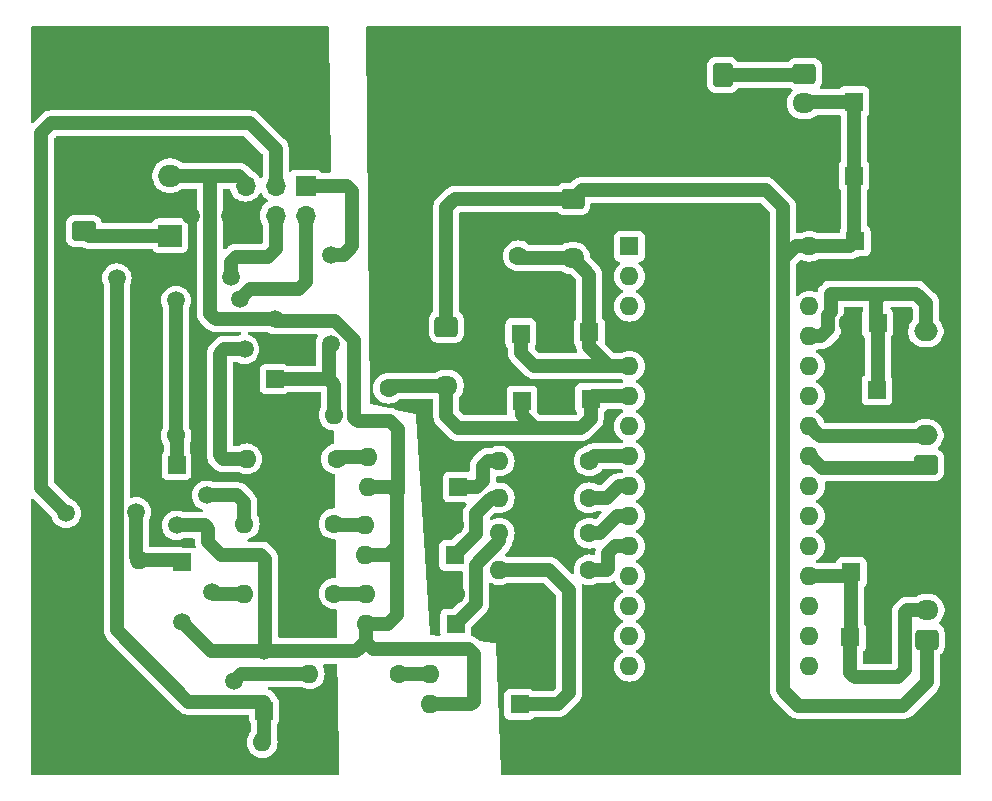
<source format=gbr>
%TF.GenerationSoftware,KiCad,Pcbnew,8.0.2*%
%TF.CreationDate,2024-12-10T11:29:44+01:00*%
%TF.ProjectId,R4I_LINEAR_ACTUATOR_CONTROL,5234495f-4c49-44e4-9541-525f41435455,rev?*%
%TF.SameCoordinates,Original*%
%TF.FileFunction,Copper,L1,Top*%
%TF.FilePolarity,Positive*%
%FSLAX46Y46*%
G04 Gerber Fmt 4.6, Leading zero omitted, Abs format (unit mm)*
G04 Created by KiCad (PCBNEW 8.0.2) date 2024-12-10 11:29:44*
%MOMM*%
%LPD*%
G01*
G04 APERTURE LIST*
G04 Aperture macros list*
%AMRoundRect*
0 Rectangle with rounded corners*
0 $1 Rounding radius*
0 $2 $3 $4 $5 $6 $7 $8 $9 X,Y pos of 4 corners*
0 Add a 4 corners polygon primitive as box body*
4,1,4,$2,$3,$4,$5,$6,$7,$8,$9,$2,$3,0*
0 Add four circle primitives for the rounded corners*
1,1,$1+$1,$2,$3*
1,1,$1+$1,$4,$5*
1,1,$1+$1,$6,$7*
1,1,$1+$1,$8,$9*
0 Add four rect primitives between the rounded corners*
20,1,$1+$1,$2,$3,$4,$5,0*
20,1,$1+$1,$4,$5,$6,$7,0*
20,1,$1+$1,$6,$7,$8,$9,0*
20,1,$1+$1,$8,$9,$2,$3,0*%
G04 Aperture macros list end*
%TA.AperFunction,ComponentPad*%
%ADD10R,1.600000X1.600000*%
%TD*%
%TA.AperFunction,ComponentPad*%
%ADD11C,1.600000*%
%TD*%
%TA.AperFunction,ComponentPad*%
%ADD12O,1.600000X1.600000*%
%TD*%
%TA.AperFunction,ComponentPad*%
%ADD13RoundRect,0.250000X0.750000X-0.600000X0.750000X0.600000X-0.750000X0.600000X-0.750000X-0.600000X0*%
%TD*%
%TA.AperFunction,ComponentPad*%
%ADD14O,2.000000X1.700000*%
%TD*%
%TA.AperFunction,ComponentPad*%
%ADD15R,1.700000X1.700000*%
%TD*%
%TA.AperFunction,ComponentPad*%
%ADD16O,1.700000X1.700000*%
%TD*%
%TA.AperFunction,ComponentPad*%
%ADD17R,1.500000X1.500000*%
%TD*%
%TA.AperFunction,ComponentPad*%
%ADD18C,1.500000*%
%TD*%
%TA.AperFunction,ComponentPad*%
%ADD19RoundRect,0.250000X-0.725000X0.600000X-0.725000X-0.600000X0.725000X-0.600000X0.725000X0.600000X0*%
%TD*%
%TA.AperFunction,ComponentPad*%
%ADD20O,1.950000X1.700000*%
%TD*%
%TA.AperFunction,ComponentPad*%
%ADD21RoundRect,0.250000X0.725000X-0.600000X0.725000X0.600000X-0.725000X0.600000X-0.725000X-0.600000X0*%
%TD*%
%TA.AperFunction,ComponentPad*%
%ADD22R,2.000000X1.905000*%
%TD*%
%TA.AperFunction,ComponentPad*%
%ADD23O,2.000000X1.905000*%
%TD*%
%TA.AperFunction,ComponentPad*%
%ADD24RoundRect,0.250000X0.600000X0.750000X-0.600000X0.750000X-0.600000X-0.750000X0.600000X-0.750000X0*%
%TD*%
%TA.AperFunction,ComponentPad*%
%ADD25O,1.700000X2.000000*%
%TD*%
%TA.AperFunction,ViaPad*%
%ADD26C,1.500000*%
%TD*%
%TA.AperFunction,Conductor*%
%ADD27C,1.200000*%
%TD*%
G04 APERTURE END LIST*
D10*
%TO.P,C11,1*%
%TO.N,/5V_POWER*%
X124455113Y-96275000D03*
D11*
%TO.P,C11,2*%
%TO.N,MCU_GND*%
X121955113Y-96275000D03*
%TD*%
D10*
%TO.P,C10,1*%
%TO.N,/5V_POWER*%
X124505113Y-90600000D03*
D11*
%TO.P,C10,2*%
%TO.N,MCU_GND*%
X122005113Y-90600000D03*
%TD*%
%TO.P,R3,1*%
%TO.N,Net-(R3-Pad1)*%
X78510000Y-107600000D03*
D12*
%TO.P,R3,2*%
%TO.N,Net-(Q1-Pad2)*%
X70890000Y-107600000D03*
%TD*%
D11*
%TO.P,R6,1*%
%TO.N,Net-(R6-Pad1)*%
X84010000Y-120300000D03*
D12*
%TO.P,R6,2*%
%TO.N,Net-(Q2-Pad2)*%
X76390000Y-120300000D03*
%TD*%
D13*
%TO.P,J9,1,Pin_1*%
%TO.N,/SDA*%
X128600000Y-102600000D03*
D14*
%TO.P,J9,2,Pin_2*%
%TO.N,/SCL*%
X128600000Y-100100000D03*
%TD*%
D10*
%TO.P,C9,1*%
%TO.N,/CURRENT_SENSOR_ADC*%
X122194888Y-117200000D03*
D11*
%TO.P,C9,2*%
%TO.N,MCU_GND*%
X124694888Y-117200000D03*
%TD*%
%TO.P,R14,1*%
%TO.N,/RPWM*%
X100100000Y-102278000D03*
D12*
%TO.P,R14,2*%
%TO.N,Net-(R14-Pad2)*%
X92480000Y-102278000D03*
%TD*%
D10*
%TO.P,C8,1*%
%TO.N,/CURRENT_SENSOR_ADC*%
X122294888Y-111700000D03*
D11*
%TO.P,C8,2*%
%TO.N,MCU_GND*%
X124794888Y-111700000D03*
%TD*%
D13*
%TO.P,J4,1,Pin_1*%
%TO.N,MCU_GND*%
X128600000Y-93800000D03*
D14*
%TO.P,J4,2,Pin_2*%
%TO.N,/5V_POWER*%
X128600000Y-91300000D03*
%TD*%
D15*
%TO.P,J6,1,Pin_1a*%
%TO.N,/RPWM_OUTPUT*%
X76080000Y-78960000D03*
D16*
%TO.P,J6,2,Pin_1b*%
%TO.N,/LPWM_OUTPUT*%
X76080000Y-81500000D03*
%TO.P,J6,3,Pin_2a*%
%TO.N,/R_EN_OUTPUT*%
X73540000Y-78960000D03*
%TO.P,J6,4,Pin_2b*%
%TO.N,/L_EN_OUTPUT*%
X73540000Y-81500000D03*
%TO.P,J6,5,Pin_3a*%
%TO.N,/MOTOR_CONTROL_POWER_5V*%
X71000000Y-78960000D03*
%TO.P,J6,6,Pin_3b*%
%TO.N,GND*%
X71000000Y-81500000D03*
%TD*%
D11*
%TO.P,R1,1*%
%TO.N,/BTN_ONE*%
X94100000Y-84910000D03*
D12*
%TO.P,R1,2*%
%TO.N,MCU_GND*%
X94100000Y-77290000D03*
%TD*%
%TO.P,A1,30,VIN*%
%TO.N,/MCU_POWER*%
X118740000Y-84100000D03*
%TO.P,A1,29,GND*%
%TO.N,MCU_GND*%
X118740000Y-86640000D03*
%TO.P,A1,28,~{RESET}*%
%TO.N,unconnected-(A1-~{RESET}-Pad28)*%
X118740000Y-89180000D03*
%TO.P,A1,27,+5V*%
%TO.N,/5V_POWER*%
X118740000Y-91720000D03*
%TO.P,A1,26,A7*%
%TO.N,unconnected-(A1-A7-Pad26)*%
X118740000Y-94260000D03*
%TO.P,A1,25,A6*%
%TO.N,unconnected-(A1-A6-Pad25)*%
X118740000Y-96800000D03*
%TO.P,A1,24,A5*%
%TO.N,/SCL*%
X118740000Y-99340000D03*
%TO.P,A1,23,A4*%
%TO.N,/SDA*%
X118740000Y-101880000D03*
%TO.P,A1,22,A3*%
%TO.N,unconnected-(A1-A3-Pad22)*%
X118740000Y-104420000D03*
%TO.P,A1,21,A2*%
%TO.N,unconnected-(A1-A2-Pad21)*%
X118740000Y-106960000D03*
%TO.P,A1,20,A1*%
%TO.N,unconnected-(A1-A1-Pad20)*%
X118740000Y-109500000D03*
%TO.P,A1,19,A0*%
%TO.N,/CURRENT_SENSOR_ADC*%
X118740000Y-112040000D03*
%TO.P,A1,18,AREF*%
%TO.N,unconnected-(A1-AREF-Pad18)*%
X118740000Y-114580000D03*
%TO.P,A1,17,3V3*%
%TO.N,unconnected-(A1-3V3-Pad17)*%
X118740000Y-117120000D03*
%TO.P,A1,16,D13*%
%TO.N,unconnected-(A1-D13-Pad16)*%
X118740000Y-119660000D03*
%TO.P,A1,15,D12*%
%TO.N,unconnected-(A1-D12-Pad15)*%
X103500000Y-119660000D03*
%TO.P,A1,14,D11*%
%TO.N,unconnected-(A1-D11-Pad14)*%
X103500000Y-117120000D03*
%TO.P,A1,13,D10*%
%TO.N,unconnected-(A1-D10-Pad13)*%
X103500000Y-114580000D03*
%TO.P,A1,12,D9*%
%TO.N,unconnected-(A1-D9-Pad12)*%
X103500000Y-112040000D03*
%TO.P,A1,11,D8*%
%TO.N,/L_EN*%
X103500000Y-109500000D03*
%TO.P,A1,10,D7*%
%TO.N,/R_EN*%
X103500000Y-106960000D03*
%TO.P,A1,9,D6*%
%TO.N,/LPWM*%
X103500000Y-104420000D03*
%TO.P,A1,8,D5*%
%TO.N,/RPWM*%
X103500000Y-101880000D03*
%TO.P,A1,7,D4*%
%TO.N,unconnected-(A1-D4-Pad7)*%
X103500000Y-99340000D03*
%TO.P,A1,6,D3*%
%TO.N,/BTN_TWO*%
X103500000Y-96800000D03*
%TO.P,A1,5,D2*%
%TO.N,/BTN_ONE*%
X103500000Y-94260000D03*
%TO.P,A1,4,GND*%
%TO.N,MCU_GND*%
X103500000Y-91720000D03*
%TO.P,A1,3,~{RESET}*%
%TO.N,unconnected-(A1-~{RESET}-Pad3)*%
X103500000Y-89180000D03*
%TO.P,A1,2,D0/RX*%
%TO.N,unconnected-(A1-D0{slash}RX-Pad2)*%
X103500000Y-86640000D03*
D10*
%TO.P,A1,1,D1/TX*%
%TO.N,unconnected-(A1-D1{slash}TX-Pad1)*%
X103500000Y-84100000D03*
%TD*%
D11*
%TO.P,R10,1*%
%TO.N,GND*%
X70890000Y-98400000D03*
D12*
%TO.P,R10,2*%
%TO.N,/RPWM_OUTPUT*%
X78510000Y-98400000D03*
%TD*%
D17*
%TO.P,Q2,1*%
%TO.N,/L_EN_OUTPUT*%
X72575000Y-123455000D03*
D18*
%TO.P,Q2,2*%
%TO.N,Net-(Q2-Pad2)*%
X70035000Y-120915000D03*
%TO.P,Q2,3*%
%TO.N,/MOTOR_CONTROL_POWER_5V*%
X72575000Y-118375000D03*
%TD*%
D11*
%TO.P,R13,1*%
%TO.N,/LPWM*%
X100090000Y-105400000D03*
D12*
%TO.P,R13,2*%
%TO.N,Net-(R13-Pad2)*%
X92470000Y-105400000D03*
%TD*%
D10*
%TO.P,C2,1*%
%TO.N,/MCU_POWER*%
X122610000Y-83650000D03*
D11*
%TO.P,C2,2*%
%TO.N,MCU_GND*%
X125110000Y-83650000D03*
%TD*%
D10*
%TO.P,U3,1*%
%TO.N,Net-(R12-Pad2)*%
X88800000Y-116075000D03*
D12*
%TO.P,U3,2*%
%TO.N,MCU_GND*%
X88800000Y-113535000D03*
%TO.P,U3,3*%
%TO.N,Net-(R5-Pad1)*%
X81180000Y-113535000D03*
%TO.P,U3,4*%
%TO.N,/MOTOR_CONTROL_POWER_5V*%
X81180000Y-116075000D03*
%TD*%
D10*
%TO.P,C1,1*%
%TO.N,/MCU_POWER*%
X122515112Y-78150000D03*
D11*
%TO.P,C1,2*%
%TO.N,MCU_GND*%
X125015112Y-78150000D03*
%TD*%
D17*
%TO.P,Q1,1*%
%TO.N,/LPWM_OUTPUT*%
X65150000Y-102650000D03*
D18*
%TO.P,Q1,2*%
%TO.N,Net-(Q1-Pad2)*%
X67690000Y-105190000D03*
%TO.P,Q1,3*%
%TO.N,/MOTOR_CONTROL_POWER_5V*%
X65150000Y-107730000D03*
%TD*%
D11*
%TO.P,R12,1*%
%TO.N,/R_EN*%
X100100000Y-108400000D03*
D12*
%TO.P,R12,2*%
%TO.N,Net-(R12-Pad2)*%
X92480000Y-108400000D03*
%TD*%
D11*
%TO.P,C5,2*%
%TO.N,MCU_GND*%
X91800000Y-91500000D03*
D10*
%TO.P,C5,1*%
%TO.N,/BTN_ONE*%
X94300000Y-91500000D03*
%TD*%
D13*
%TO.P,J8,1,Pin_1*%
%TO.N,/MOTOR_CONTROL_POWER_VIN*%
X57300000Y-82800000D03*
D14*
%TO.P,J8,2,Pin_2*%
%TO.N,GND*%
X57300000Y-80300000D03*
%TD*%
D19*
%TO.P,J5,1,Pin_1*%
%TO.N,/MCU_VIN*%
X118300000Y-69500000D03*
D20*
%TO.P,J5,2,Pin_2*%
%TO.N,/MCU_POWER*%
X118300000Y-72000000D03*
%TO.P,J5,3,Pin_3*%
%TO.N,MCU_GND*%
X118300000Y-74500000D03*
%TD*%
D11*
%TO.P,R5,1*%
%TO.N,Net-(R5-Pad1)*%
X78510000Y-113500000D03*
D12*
%TO.P,R5,2*%
%TO.N,Net-(Q4-Pad2)*%
X70890000Y-113500000D03*
%TD*%
D10*
%TO.P,C4,1*%
%TO.N,/BTN_ONE*%
X100105113Y-91400000D03*
D11*
%TO.P,C4,2*%
%TO.N,MCU_GND*%
X97605113Y-91400000D03*
%TD*%
%TO.P,R7,1*%
%TO.N,GND*%
X64790000Y-126100000D03*
D12*
%TO.P,R7,2*%
%TO.N,/L_EN_OUTPUT*%
X72410000Y-126100000D03*
%TD*%
D10*
%TO.P,U1,1*%
%TO.N,Net-(R14-Pad2)*%
X89000000Y-104475000D03*
D12*
%TO.P,U1,2*%
%TO.N,MCU_GND*%
X89000000Y-101935000D03*
%TO.P,U1,3*%
%TO.N,Net-(R4-Pad1)*%
X81380000Y-101935000D03*
%TO.P,U1,4*%
%TO.N,/MOTOR_CONTROL_POWER_5V*%
X81380000Y-104475000D03*
%TD*%
D10*
%TO.P,C7,1*%
%TO.N,/BTN_TWO*%
X94405113Y-97200000D03*
D11*
%TO.P,C7,2*%
%TO.N,MCU_GND*%
X91905113Y-97200000D03*
%TD*%
%TO.P,R9,1*%
%TO.N,GND*%
X57490000Y-100100000D03*
D12*
%TO.P,R9,2*%
%TO.N,/LPWM_OUTPUT*%
X65110000Y-100100000D03*
%TD*%
D21*
%TO.P,J1,1,Pin_1*%
%TO.N,/MCU_POWER*%
X128700000Y-117400000D03*
D20*
%TO.P,J1,2,Pin_2*%
%TO.N,/CURRENT_SENSOR_ADC*%
X128700000Y-114900000D03*
%TO.P,J1,3,Pin_3*%
%TO.N,MCU_GND*%
X128700000Y-112400000D03*
%TD*%
D11*
%TO.P,R8,1*%
%TO.N,GND*%
X54390000Y-110700000D03*
D12*
%TO.P,R8,2*%
%TO.N,/R_EN_OUTPUT*%
X62010000Y-110700000D03*
%TD*%
D19*
%TO.P,J3,1,Pin_1*%
%TO.N,/MCU_POWER*%
X98700000Y-80100000D03*
D20*
%TO.P,J3,2,Pin_2*%
%TO.N,MCU_GND*%
X98700000Y-82600000D03*
%TO.P,J3,3,Pin_3*%
%TO.N,/BTN_ONE*%
X98700000Y-85100000D03*
%TD*%
D11*
%TO.P,R11,1*%
%TO.N,/L_EN*%
X100100000Y-111500000D03*
D12*
%TO.P,R11,2*%
%TO.N,Net-(R11-Pad2)*%
X92480000Y-111500000D03*
%TD*%
D10*
%TO.P,C6,1*%
%TO.N,/BTN_TWO*%
X100205113Y-97000000D03*
D11*
%TO.P,C6,2*%
%TO.N,MCU_GND*%
X97705113Y-97000000D03*
%TD*%
D10*
%TO.P,U4,1*%
%TO.N,Net-(R11-Pad2)*%
X94200000Y-122875000D03*
D12*
%TO.P,U4,2*%
%TO.N,MCU_GND*%
X94200000Y-120335000D03*
%TO.P,U4,3*%
%TO.N,Net-(R6-Pad1)*%
X86580000Y-120335000D03*
%TO.P,U4,4*%
%TO.N,/MOTOR_CONTROL_POWER_5V*%
X86580000Y-122875000D03*
%TD*%
D17*
%TO.P,Q4,1*%
%TO.N,/R_EN_OUTPUT*%
X65650000Y-110860000D03*
D18*
%TO.P,Q4,2*%
%TO.N,Net-(Q4-Pad2)*%
X68190000Y-113400000D03*
%TO.P,Q4,3*%
%TO.N,/MOTOR_CONTROL_POWER_5V*%
X65650000Y-115940000D03*
%TD*%
D22*
%TO.P,U6,1,IN*%
%TO.N,/MOTOR_CONTROL_POWER_VIN*%
X64600000Y-83200000D03*
D23*
%TO.P,U6,2,GND*%
%TO.N,GND*%
X64600000Y-80660000D03*
%TO.P,U6,3,OUT*%
%TO.N,/MOTOR_CONTROL_POWER_5V*%
X64600000Y-78120000D03*
%TD*%
D11*
%TO.P,R2,1*%
%TO.N,/BTN_TWO*%
X83100000Y-96120000D03*
D12*
%TO.P,R2,2*%
%TO.N,MCU_GND*%
X83100000Y-88500000D03*
%TD*%
D24*
%TO.P,J7,1,Pin_1*%
%TO.N,/MCU_VIN*%
X111400000Y-69600000D03*
D25*
%TO.P,J7,2,Pin_2*%
%TO.N,MCU_GND*%
X108900000Y-69600000D03*
%TD*%
D10*
%TO.P,C3,1*%
%TO.N,/MCU_POWER*%
X122510000Y-71850000D03*
D11*
%TO.P,C3,2*%
%TO.N,MCU_GND*%
X125010000Y-71850000D03*
%TD*%
D10*
%TO.P,U2,1*%
%TO.N,Net-(R13-Pad2)*%
X88700000Y-110275000D03*
D12*
%TO.P,U2,2*%
%TO.N,MCU_GND*%
X88700000Y-107735000D03*
%TO.P,U2,3*%
%TO.N,Net-(R3-Pad1)*%
X81080000Y-107735000D03*
%TO.P,U2,4*%
%TO.N,/MOTOR_CONTROL_POWER_5V*%
X81080000Y-110275000D03*
%TD*%
D17*
%TO.P,Q3,1*%
%TO.N,/RPWM_OUTPUT*%
X73450000Y-95350000D03*
D18*
%TO.P,Q3,2*%
%TO.N,Net-(Q3-Pad2)*%
X70910000Y-92810000D03*
%TO.P,Q3,3*%
%TO.N,/MOTOR_CONTROL_POWER_5V*%
X73450000Y-90270000D03*
%TD*%
D20*
%TO.P,J2,3,Pin_3*%
%TO.N,/BTN_TWO*%
X88000000Y-95900000D03*
%TO.P,J2,2,Pin_2*%
%TO.N,MCU_GND*%
X88000000Y-93400000D03*
D19*
%TO.P,J2,1,Pin_1*%
%TO.N,/MCU_POWER*%
X88000000Y-90900000D03*
%TD*%
D11*
%TO.P,R4,1*%
%TO.N,Net-(R4-Pad1)*%
X78710000Y-102100000D03*
D12*
%TO.P,R4,2*%
%TO.N,Net-(Q3-Pad2)*%
X71090000Y-102100000D03*
%TD*%
D26*
%TO.N,GND*%
X66350000Y-81512653D03*
X69650000Y-81500000D03*
X59225000Y-70125000D03*
X59050000Y-75725000D03*
%TO.N,/R_EN_OUTPUT*%
X61750000Y-106600000D03*
X55800000Y-106700000D03*
%TO.N,/L_EN_OUTPUT*%
X69800000Y-86700000D03*
X60100000Y-86800000D03*
%TO.N,/LPWM_OUTPUT*%
X70500000Y-88600000D03*
X65110000Y-88690000D03*
%TO.N,/RPWM_OUTPUT*%
X78200000Y-84800000D03*
X78200000Y-92333454D03*
%TD*%
D27*
%TO.N,GND*%
X65497347Y-80660000D02*
X64600000Y-80660000D01*
X66350000Y-81512653D02*
X65497347Y-80660000D01*
X69650000Y-81500000D02*
X71000000Y-81500000D01*
%TO.N,Net-(Q2-Pad2)*%
X76390000Y-120300000D02*
X70650000Y-120300000D01*
X70650000Y-120300000D02*
X70035000Y-120915000D01*
%TO.N,/MOTOR_CONTROL_POWER_5V*%
X67375000Y-117665000D02*
X65650000Y-115940000D01*
X68050000Y-118375000D02*
X67375000Y-117700000D01*
X72575000Y-118375000D02*
X68050000Y-118375000D01*
X67375000Y-117700000D02*
X67375000Y-117665000D01*
X72675000Y-118275000D02*
X72575000Y-118375000D01*
X72675000Y-110575000D02*
X72675000Y-118275000D01*
X80385000Y-118375000D02*
X72575000Y-118375000D01*
X80385000Y-118375000D02*
X81180000Y-117580000D01*
X72300000Y-110200000D02*
X72675000Y-110575000D01*
X67800000Y-109100000D02*
X68900000Y-110200000D01*
X67530000Y-107730000D02*
X67800000Y-108000000D01*
X65150000Y-107730000D02*
X67530000Y-107730000D01*
X67800000Y-108000000D02*
X67800000Y-109100000D01*
X68900000Y-110200000D02*
X72300000Y-110200000D01*
%TO.N,/MCU_POWER*%
X115025000Y-79325000D02*
X99475000Y-79325000D01*
X116500000Y-80800000D02*
X115025000Y-79325000D01*
X99475000Y-79325000D02*
X98700000Y-80100000D01*
X116500000Y-85200000D02*
X116500000Y-80800000D01*
%TO.N,/MCU_VIN*%
X118200000Y-69600000D02*
X118300000Y-69500000D01*
X111400000Y-69600000D02*
X118200000Y-69600000D01*
%TO.N,/R_EN_OUTPUT*%
X61750000Y-110440000D02*
X62010000Y-110700000D01*
X61750000Y-106600000D02*
X61750000Y-110440000D01*
X53700000Y-74500000D02*
X53700000Y-104600000D01*
X54500000Y-73700000D02*
X53700000Y-74500000D01*
X73540000Y-75840000D02*
X71400000Y-73700000D01*
X71400000Y-73700000D02*
X54500000Y-73700000D01*
X73540000Y-78960000D02*
X73540000Y-75840000D01*
X53700000Y-104600000D02*
X55800000Y-106700000D01*
%TO.N,/L_EN_OUTPUT*%
X73540000Y-84360000D02*
X73540000Y-81500000D01*
X72900000Y-85000000D02*
X73540000Y-84360000D01*
X70200000Y-85000000D02*
X72900000Y-85000000D01*
X69800000Y-85400000D02*
X70200000Y-85000000D01*
X69800000Y-86700000D02*
X69800000Y-85400000D01*
X60100000Y-116600000D02*
X60100000Y-86800000D01*
X66150000Y-122650000D02*
X60100000Y-116600000D01*
X72550000Y-122650000D02*
X66150000Y-122650000D01*
%TO.N,/MOTOR_CONTROL_POWER_VIN*%
X57700000Y-83200000D02*
X57300000Y-82800000D01*
X64600000Y-83200000D02*
X57700000Y-83200000D01*
%TO.N,/MOTOR_CONTROL_POWER_5V*%
X68000000Y-78220000D02*
X68100000Y-78120000D01*
X68470000Y-90270000D02*
X68000000Y-89800000D01*
X68100000Y-78120000D02*
X64600000Y-78120000D01*
X68000000Y-89800000D02*
X68000000Y-78220000D01*
X70420000Y-78120000D02*
X68100000Y-78120000D01*
X73450000Y-90270000D02*
X68470000Y-90270000D01*
X71200000Y-78900000D02*
X70420000Y-78120000D01*
X71140000Y-78960000D02*
X71200000Y-78900000D01*
X71000000Y-78960000D02*
X71140000Y-78960000D01*
%TO.N,/LPWM_OUTPUT*%
X76080000Y-87120000D02*
X76080000Y-81500000D01*
X75500000Y-87700000D02*
X76080000Y-87120000D01*
X71400000Y-87700000D02*
X75500000Y-87700000D01*
X70500000Y-88600000D02*
X71400000Y-87700000D01*
X65110000Y-88790000D02*
X65110000Y-88690000D01*
X65000000Y-88900000D02*
X65110000Y-88790000D01*
X65110000Y-100100000D02*
X65110000Y-88690000D01*
%TO.N,/RPWM_OUTPUT*%
X78050000Y-92483454D02*
X78050000Y-95350000D01*
X78200000Y-92333454D02*
X78050000Y-92483454D01*
X79560000Y-78960000D02*
X76080000Y-78960000D01*
X80000000Y-84100000D02*
X80000000Y-79400000D01*
X79300000Y-84800000D02*
X80000000Y-84100000D01*
X80000000Y-79400000D02*
X79560000Y-78960000D01*
X78200000Y-84800000D02*
X79300000Y-84800000D01*
%TO.N,/MOTOR_CONTROL_POWER_5V*%
X73580000Y-90400000D02*
X73450000Y-90270000D01*
X80210000Y-92010000D02*
X78600000Y-90400000D01*
X80210000Y-98610000D02*
X80210000Y-92010000D01*
X80500000Y-98900000D02*
X80210000Y-98610000D01*
X78600000Y-90400000D02*
X73580000Y-90400000D01*
X83200000Y-98900000D02*
X80500000Y-98900000D01*
X83900000Y-104900000D02*
X83900000Y-99600000D01*
X83900000Y-99600000D02*
X83200000Y-98900000D01*
X83800000Y-105000000D02*
X83900000Y-104900000D01*
%TO.N,/LPWM_OUTPUT*%
X65150000Y-100140000D02*
X65110000Y-100100000D01*
X65150000Y-102650000D02*
X65150000Y-100140000D01*
%TO.N,Net-(Q1-Pad2)*%
X70890000Y-105790000D02*
X70290000Y-105190000D01*
X70890000Y-107600000D02*
X70890000Y-105790000D01*
X70290000Y-105190000D02*
X67690000Y-105190000D01*
%TO.N,/R_EN_OUTPUT*%
X65490000Y-110700000D02*
X65650000Y-110860000D01*
X62010000Y-110700000D02*
X65490000Y-110700000D01*
%TO.N,Net-(Q4-Pad2)*%
X68290000Y-113500000D02*
X68190000Y-113400000D01*
X70890000Y-113500000D02*
X68290000Y-113500000D01*
%TO.N,/L_EN_OUTPUT*%
X72550000Y-125960000D02*
X72410000Y-126100000D01*
X72550000Y-122650000D02*
X72550000Y-125960000D01*
%TO.N,/MOTOR_CONTROL_POWER_5V*%
X90125000Y-122875000D02*
X86580000Y-122875000D01*
X90300000Y-122700000D02*
X90125000Y-122875000D01*
X90300000Y-118600000D02*
X90300000Y-122700000D01*
X89900000Y-118200000D02*
X90300000Y-118600000D01*
X81800000Y-118200000D02*
X89900000Y-118200000D01*
X81180000Y-117580000D02*
X81800000Y-118200000D01*
X81180000Y-116075000D02*
X81180000Y-117580000D01*
X83025000Y-116075000D02*
X81180000Y-116075000D01*
X83800000Y-115300000D02*
X83025000Y-116075000D01*
X83800000Y-109500000D02*
X83800000Y-115300000D01*
X83025000Y-110275000D02*
X81080000Y-110275000D01*
X83800000Y-109500000D02*
X83025000Y-110275000D01*
X83800000Y-105000000D02*
X83800000Y-109500000D01*
X83275000Y-104475000D02*
X83800000Y-105000000D01*
X81380000Y-104475000D02*
X83275000Y-104475000D01*
%TO.N,Net-(R6-Pad1)*%
X84045000Y-120335000D02*
X84010000Y-120300000D01*
X86580000Y-120335000D02*
X84045000Y-120335000D01*
%TO.N,Net-(R3-Pad1)*%
X81080000Y-107735000D02*
X78645000Y-107735000D01*
X78645000Y-107735000D02*
X78510000Y-107600000D01*
%TO.N,Net-(R5-Pad1)*%
X78545000Y-113535000D02*
X78510000Y-113500000D01*
X81180000Y-113535000D02*
X78545000Y-113535000D01*
%TO.N,Net-(R11-Pad2)*%
X97425000Y-122875000D02*
X94200000Y-122875000D01*
X98400000Y-113200000D02*
X98400000Y-121900000D01*
X96700000Y-111500000D02*
X98400000Y-113200000D01*
X98400000Y-121900000D02*
X97425000Y-122875000D01*
X92480000Y-111500000D02*
X96700000Y-111500000D01*
%TO.N,Net-(R12-Pad2)*%
X90500000Y-111075836D02*
X90500000Y-114375000D01*
X92480000Y-109095836D02*
X90500000Y-111075836D01*
X92480000Y-108400000D02*
X92480000Y-109095836D01*
X90500000Y-114375000D02*
X88800000Y-116075000D01*
%TO.N,Net-(R13-Pad2)*%
X90500000Y-108475000D02*
X88700000Y-110275000D01*
X90500000Y-106721320D02*
X90500000Y-108475000D01*
X91821320Y-105400000D02*
X90500000Y-106721320D01*
X92470000Y-105400000D02*
X91821320Y-105400000D01*
%TO.N,/L_EN*%
X101600000Y-111500000D02*
X100100000Y-111500000D01*
X101700000Y-111400000D02*
X101600000Y-111500000D01*
X101700000Y-110100000D02*
X101700000Y-111400000D01*
X102300000Y-109500000D02*
X101700000Y-110100000D01*
X103500000Y-109500000D02*
X102300000Y-109500000D01*
%TO.N,/R_EN*%
X102440000Y-106960000D02*
X101000000Y-108400000D01*
X101000000Y-108400000D02*
X100100000Y-108400000D01*
X103500000Y-106960000D02*
X102440000Y-106960000D01*
%TO.N,/LPWM*%
X103500000Y-104420000D02*
X102580000Y-104420000D01*
X102580000Y-104420000D02*
X101600000Y-105400000D01*
X101600000Y-105400000D02*
X100090000Y-105400000D01*
%TO.N,/RPWM_OUTPUT*%
X78050000Y-95350000D02*
X78510000Y-95810000D01*
X78510000Y-95810000D02*
X78510000Y-98400000D01*
X73450000Y-95350000D02*
X78050000Y-95350000D01*
%TO.N,Net-(Q3-Pad2)*%
X69190000Y-92810000D02*
X70910000Y-92810000D01*
X68800000Y-101800000D02*
X68800000Y-93200000D01*
X69100000Y-102100000D02*
X68800000Y-101800000D01*
X71090000Y-102100000D02*
X69100000Y-102100000D01*
X68800000Y-93200000D02*
X69190000Y-92810000D01*
%TO.N,Net-(R4-Pad1)*%
X78875000Y-101935000D02*
X78710000Y-102100000D01*
X81380000Y-101935000D02*
X78875000Y-101935000D01*
%TO.N,Net-(R14-Pad2)*%
X90625000Y-104475000D02*
X89000000Y-104475000D01*
X91100000Y-104000000D02*
X90625000Y-104475000D01*
X91100000Y-102700000D02*
X91100000Y-104000000D01*
X91522000Y-102278000D02*
X91100000Y-102700000D01*
X92480000Y-102278000D02*
X91522000Y-102278000D01*
%TO.N,/RPWM*%
X100498000Y-101880000D02*
X100100000Y-102278000D01*
X103500000Y-101880000D02*
X100498000Y-101880000D01*
%TO.N,/MCU_POWER*%
X88000000Y-80800000D02*
X88000000Y-90900000D01*
X88700000Y-80100000D02*
X88000000Y-80800000D01*
X98700000Y-80100000D02*
X88700000Y-80100000D01*
%TO.N,/BTN_ONE*%
X98700000Y-85100000D02*
X94290000Y-85100000D01*
X94290000Y-85100000D02*
X94100000Y-84910000D01*
%TO.N,/BTN_TWO*%
X83320000Y-95900000D02*
X83100000Y-96120000D01*
X88000000Y-95900000D02*
X83320000Y-95900000D01*
X88000000Y-98500000D02*
X88000000Y-95900000D01*
X89000000Y-99500000D02*
X88000000Y-98500000D01*
X95500000Y-99500000D02*
X89000000Y-99500000D01*
%TO.N,/BTN_ONE*%
X100105113Y-86505113D02*
X98700000Y-85100000D01*
X100105113Y-91400000D02*
X100105113Y-86505113D01*
%TO.N,/BTN_TWO*%
X95500000Y-99500000D02*
X94405113Y-98405113D01*
X99400000Y-99500000D02*
X95500000Y-99500000D01*
X100205113Y-98694887D02*
X99400000Y-99500000D01*
X100205113Y-97000000D02*
X100205113Y-98694887D01*
X94405113Y-98405113D02*
X94405113Y-97200000D01*
%TO.N,/BTN_ONE*%
X94300000Y-93100000D02*
X94300000Y-91500000D01*
X95460000Y-94260000D02*
X94300000Y-93100000D01*
X101760000Y-94260000D02*
X95460000Y-94260000D01*
%TO.N,/BTN_TWO*%
X103500000Y-96800000D02*
X100405113Y-96800000D01*
X100405113Y-96800000D02*
X100205113Y-97000000D01*
%TO.N,/BTN_ONE*%
X100105113Y-92605113D02*
X100105113Y-91400000D01*
X101760000Y-94260000D02*
X100105113Y-92605113D01*
X103500000Y-94260000D02*
X101760000Y-94260000D01*
%TO.N,/MCU_POWER*%
X118450000Y-71850000D02*
X118300000Y-72000000D01*
X122510000Y-71850000D02*
X118450000Y-71850000D01*
X126700000Y-123000000D02*
X128700000Y-121000000D01*
X117800000Y-123000000D02*
X126700000Y-123000000D01*
X116500000Y-121700000D02*
X117800000Y-123000000D01*
X116500000Y-85200000D02*
X116500000Y-121700000D01*
X117600000Y-84100000D02*
X116500000Y-85200000D01*
X118740000Y-84100000D02*
X117600000Y-84100000D01*
X128700000Y-121000000D02*
X128700000Y-117400000D01*
%TO.N,/CURRENT_SENSOR_ADC*%
X122600000Y-120600000D02*
X122194888Y-120194888D01*
X126825000Y-119975000D02*
X126200000Y-120600000D01*
X126825000Y-115075000D02*
X126825000Y-119975000D01*
X126200000Y-120600000D02*
X122600000Y-120600000D01*
X122194888Y-120194888D02*
X122194888Y-117200000D01*
X128700000Y-114900000D02*
X127000000Y-114900000D01*
X127000000Y-114900000D02*
X126825000Y-115075000D01*
X122294888Y-117100000D02*
X122194888Y-117200000D01*
X122294888Y-111700000D02*
X122294888Y-117100000D01*
X121954888Y-112040000D02*
X122294888Y-111700000D01*
X118740000Y-112040000D02*
X121954888Y-112040000D01*
%TO.N,/SCL*%
X128500000Y-100200000D02*
X128600000Y-100100000D01*
X119600000Y-100200000D02*
X128500000Y-100200000D01*
X118740000Y-99340000D02*
X119600000Y-100200000D01*
%TO.N,/SDA*%
X128300000Y-102900000D02*
X128600000Y-102600000D01*
X119800000Y-102900000D02*
X128300000Y-102900000D01*
X118960000Y-102060000D02*
X119800000Y-102900000D01*
X118920000Y-102060000D02*
X118960000Y-102060000D01*
X118740000Y-101880000D02*
X118920000Y-102060000D01*
%TO.N,/5V_POWER*%
X124400000Y-90494887D02*
X124505113Y-90600000D01*
X124400000Y-88600000D02*
X124400000Y-90494887D01*
X124900000Y-88100000D02*
X124400000Y-88600000D01*
X124505113Y-95894887D02*
X124400000Y-96000000D01*
X124505113Y-90600000D02*
X124505113Y-95894887D01*
%TO.N,/MCU_POWER*%
X122515112Y-83555112D02*
X122610000Y-83650000D01*
X122515112Y-78150000D02*
X122515112Y-83555112D01*
X122510000Y-78144888D02*
X122515112Y-78150000D01*
X122510000Y-71850000D02*
X122510000Y-78144888D01*
X122160000Y-84100000D02*
X122610000Y-83650000D01*
X118740000Y-84100000D02*
X122160000Y-84100000D01*
%TO.N,/5V_POWER*%
X128600000Y-88900000D02*
X127800000Y-88100000D01*
X127800000Y-88100000D02*
X124900000Y-88100000D01*
X128600000Y-91300000D02*
X128600000Y-88900000D01*
X120525000Y-88150000D02*
X120575000Y-88100000D01*
X120525000Y-89675949D02*
X120525000Y-88150000D01*
X120305113Y-89895836D02*
X120525000Y-89675949D01*
X120575000Y-88100000D02*
X124900000Y-88100000D01*
X120305113Y-91144887D02*
X120305113Y-89895836D01*
X119730000Y-91720000D02*
X120305113Y-91144887D01*
X118740000Y-91720000D02*
X119730000Y-91720000D01*
%TD*%
%TA.AperFunction,Conductor*%
%TO.N,MCU_GND*%
G36*
X131542539Y-65468185D02*
G01*
X131588294Y-65520989D01*
X131599500Y-65572500D01*
X131599500Y-128727500D01*
X131579815Y-128794539D01*
X131527011Y-128840294D01*
X131475500Y-128851500D01*
X92751013Y-128851500D01*
X92683974Y-128831815D01*
X92638219Y-128779011D01*
X92627105Y-128732286D01*
X92200000Y-117675000D01*
X92007994Y-117651752D01*
X90799079Y-117505381D01*
X90734892Y-117477781D01*
X90726303Y-117469961D01*
X90616930Y-117360588D01*
X90616928Y-117360586D01*
X90476788Y-117258768D01*
X90322449Y-117180128D01*
X90175623Y-117132421D01*
X90117948Y-117092983D01*
X90090750Y-117028624D01*
X90093267Y-116985969D01*
X90094089Y-116982488D01*
X90094088Y-116982488D01*
X90094091Y-116982483D01*
X90100500Y-116922873D01*
X90100499Y-116382202D01*
X90120183Y-116315164D01*
X90136813Y-116294527D01*
X91339414Y-115091928D01*
X91441232Y-114951788D01*
X91519873Y-114797445D01*
X91573402Y-114632701D01*
X91600500Y-114461611D01*
X91600500Y-114288389D01*
X91600500Y-112709986D01*
X91620185Y-112642947D01*
X91672989Y-112597192D01*
X91742147Y-112587248D01*
X91795621Y-112608410D01*
X91827266Y-112630568D01*
X92033504Y-112726739D01*
X92033509Y-112726740D01*
X92033511Y-112726741D01*
X92086415Y-112740916D01*
X92253308Y-112785635D01*
X92415230Y-112799801D01*
X92479998Y-112805468D01*
X92480000Y-112805468D01*
X92480002Y-112805468D01*
X92536673Y-112800509D01*
X92706692Y-112785635D01*
X92926496Y-112726739D01*
X93132734Y-112630568D01*
X93143649Y-112622924D01*
X93209856Y-112600598D01*
X93214772Y-112600500D01*
X96192796Y-112600500D01*
X96259835Y-112620185D01*
X96280477Y-112636819D01*
X97263181Y-113619523D01*
X97296666Y-113680846D01*
X97299500Y-113707204D01*
X97299500Y-121392796D01*
X97279815Y-121459835D01*
X97263181Y-121480477D01*
X97005477Y-121738181D01*
X96944154Y-121771666D01*
X96917796Y-121774500D01*
X95462320Y-121774500D01*
X95395281Y-121754815D01*
X95363052Y-121724809D01*
X95357548Y-121717457D01*
X95357546Y-121717454D01*
X95356843Y-121716928D01*
X95242335Y-121631206D01*
X95242328Y-121631202D01*
X95107482Y-121580908D01*
X95107483Y-121580908D01*
X95047883Y-121574501D01*
X95047881Y-121574500D01*
X95047873Y-121574500D01*
X95047864Y-121574500D01*
X93352129Y-121574500D01*
X93352123Y-121574501D01*
X93292516Y-121580908D01*
X93157671Y-121631202D01*
X93157664Y-121631206D01*
X93042455Y-121717452D01*
X93042452Y-121717455D01*
X92956206Y-121832664D01*
X92956202Y-121832671D01*
X92905908Y-121967517D01*
X92899501Y-122027116D01*
X92899500Y-122027135D01*
X92899500Y-123722870D01*
X92899501Y-123722876D01*
X92905908Y-123782483D01*
X92956202Y-123917328D01*
X92956206Y-123917335D01*
X93042452Y-124032544D01*
X93042455Y-124032547D01*
X93157664Y-124118793D01*
X93157671Y-124118797D01*
X93292517Y-124169091D01*
X93292516Y-124169091D01*
X93299444Y-124169835D01*
X93352127Y-124175500D01*
X95047872Y-124175499D01*
X95107483Y-124169091D01*
X95242331Y-124118796D01*
X95357546Y-124032546D01*
X95363052Y-124025191D01*
X95418985Y-123983319D01*
X95462320Y-123975500D01*
X97511610Y-123975500D01*
X97511611Y-123975500D01*
X97682701Y-123948402D01*
X97847445Y-123894873D01*
X98001788Y-123816232D01*
X98141928Y-123714414D01*
X99239414Y-122616928D01*
X99341232Y-122476788D01*
X99419873Y-122322446D01*
X99473402Y-122157701D01*
X99500500Y-121986611D01*
X99500500Y-121813389D01*
X99500500Y-113113389D01*
X99473402Y-112942299D01*
X99446818Y-112860485D01*
X99444823Y-112790649D01*
X99480903Y-112730816D01*
X99543604Y-112699987D01*
X99613018Y-112707951D01*
X99617151Y-112709787D01*
X99653504Y-112726739D01*
X99653510Y-112726740D01*
X99653511Y-112726741D01*
X99706415Y-112740916D01*
X99873308Y-112785635D01*
X100035230Y-112799801D01*
X100099998Y-112805468D01*
X100100000Y-112805468D01*
X100100002Y-112805468D01*
X100156673Y-112800509D01*
X100326692Y-112785635D01*
X100546496Y-112726739D01*
X100752734Y-112630568D01*
X100763649Y-112622924D01*
X100829856Y-112600598D01*
X100834772Y-112600500D01*
X101686610Y-112600500D01*
X101686611Y-112600500D01*
X101857701Y-112573402D01*
X102022445Y-112519873D01*
X102123275Y-112468497D01*
X102191943Y-112455602D01*
X102256684Y-112481878D01*
X102291951Y-112526578D01*
X102369431Y-112692732D01*
X102369432Y-112692734D01*
X102499954Y-112879141D01*
X102660858Y-113040045D01*
X102660861Y-113040047D01*
X102847266Y-113170568D01*
X102905275Y-113197618D01*
X102957714Y-113243791D01*
X102976866Y-113310984D01*
X102956650Y-113377865D01*
X102905275Y-113422382D01*
X102847267Y-113449431D01*
X102847265Y-113449432D01*
X102660858Y-113579954D01*
X102499954Y-113740858D01*
X102369432Y-113927265D01*
X102369431Y-113927267D01*
X102273261Y-114133502D01*
X102273258Y-114133511D01*
X102214366Y-114353302D01*
X102214364Y-114353313D01*
X102194532Y-114579998D01*
X102194532Y-114580001D01*
X102214364Y-114806686D01*
X102214366Y-114806697D01*
X102273258Y-115026488D01*
X102273261Y-115026497D01*
X102369431Y-115232732D01*
X102369432Y-115232734D01*
X102499954Y-115419141D01*
X102660858Y-115580045D01*
X102660861Y-115580047D01*
X102847266Y-115710568D01*
X102905275Y-115737618D01*
X102957714Y-115783791D01*
X102976866Y-115850984D01*
X102956650Y-115917865D01*
X102905275Y-115962382D01*
X102847267Y-115989431D01*
X102847265Y-115989432D01*
X102660858Y-116119954D01*
X102499954Y-116280858D01*
X102369432Y-116467265D01*
X102369431Y-116467267D01*
X102273261Y-116673502D01*
X102273258Y-116673511D01*
X102214366Y-116893302D01*
X102214364Y-116893313D01*
X102194532Y-117119998D01*
X102194532Y-117120001D01*
X102214364Y-117346686D01*
X102214366Y-117346697D01*
X102273258Y-117566488D01*
X102273261Y-117566497D01*
X102369431Y-117772732D01*
X102369432Y-117772734D01*
X102499954Y-117959141D01*
X102660858Y-118120045D01*
X102660861Y-118120047D01*
X102847266Y-118250568D01*
X102905275Y-118277618D01*
X102957714Y-118323791D01*
X102976866Y-118390984D01*
X102956650Y-118457865D01*
X102905275Y-118502382D01*
X102847267Y-118529431D01*
X102847265Y-118529432D01*
X102660858Y-118659954D01*
X102499954Y-118820858D01*
X102369432Y-119007265D01*
X102369431Y-119007267D01*
X102273261Y-119213502D01*
X102273258Y-119213511D01*
X102214366Y-119433302D01*
X102214364Y-119433313D01*
X102194532Y-119659998D01*
X102194532Y-119660001D01*
X102214364Y-119886686D01*
X102214366Y-119886697D01*
X102273258Y-120106488D01*
X102273261Y-120106497D01*
X102369431Y-120312732D01*
X102369432Y-120312734D01*
X102499954Y-120499141D01*
X102660858Y-120660045D01*
X102660861Y-120660047D01*
X102847266Y-120790568D01*
X103053504Y-120886739D01*
X103273308Y-120945635D01*
X103435230Y-120959801D01*
X103499998Y-120965468D01*
X103500000Y-120965468D01*
X103500002Y-120965468D01*
X103556673Y-120960509D01*
X103726692Y-120945635D01*
X103946496Y-120886739D01*
X104152734Y-120790568D01*
X104339139Y-120660047D01*
X104500047Y-120499139D01*
X104630568Y-120312734D01*
X104726739Y-120106496D01*
X104785635Y-119886692D01*
X104805468Y-119660000D01*
X104785635Y-119433308D01*
X104726739Y-119213504D01*
X104630568Y-119007266D01*
X104500047Y-118820861D01*
X104500045Y-118820858D01*
X104339141Y-118659954D01*
X104152734Y-118529432D01*
X104152728Y-118529429D01*
X104094725Y-118502382D01*
X104042285Y-118456210D01*
X104023133Y-118389017D01*
X104043348Y-118322135D01*
X104094725Y-118277618D01*
X104152734Y-118250568D01*
X104339139Y-118120047D01*
X104500047Y-117959139D01*
X104630568Y-117772734D01*
X104726739Y-117566496D01*
X104785635Y-117346692D01*
X104805468Y-117120000D01*
X104803674Y-117099500D01*
X104788570Y-116926859D01*
X104785635Y-116893308D01*
X104726739Y-116673504D01*
X104630568Y-116467266D01*
X104514633Y-116301692D01*
X104500045Y-116280858D01*
X104339141Y-116119954D01*
X104152734Y-115989432D01*
X104152728Y-115989429D01*
X104094725Y-115962382D01*
X104042285Y-115916210D01*
X104023133Y-115849017D01*
X104043348Y-115782135D01*
X104094725Y-115737618D01*
X104152734Y-115710568D01*
X104339139Y-115580047D01*
X104500047Y-115419139D01*
X104630568Y-115232734D01*
X104726739Y-115026496D01*
X104785635Y-114806692D01*
X104805468Y-114580000D01*
X104785635Y-114353308D01*
X104726739Y-114133504D01*
X104630568Y-113927266D01*
X104502911Y-113744951D01*
X104500045Y-113740858D01*
X104339141Y-113579954D01*
X104152734Y-113449432D01*
X104152728Y-113449429D01*
X104094725Y-113422382D01*
X104042285Y-113376210D01*
X104023133Y-113309017D01*
X104043348Y-113242135D01*
X104094725Y-113197618D01*
X104152734Y-113170568D01*
X104339139Y-113040047D01*
X104500047Y-112879139D01*
X104630568Y-112692734D01*
X104726739Y-112486496D01*
X104785635Y-112266692D01*
X104805468Y-112040000D01*
X104785635Y-111813308D01*
X104726739Y-111593504D01*
X104630568Y-111387266D01*
X104500047Y-111200861D01*
X104500045Y-111200858D01*
X104339141Y-111039954D01*
X104152734Y-110909432D01*
X104152728Y-110909429D01*
X104094725Y-110882382D01*
X104042285Y-110836210D01*
X104023133Y-110769017D01*
X104043348Y-110702135D01*
X104094725Y-110657618D01*
X104152734Y-110630568D01*
X104339139Y-110500047D01*
X104500047Y-110339139D01*
X104630568Y-110152734D01*
X104726739Y-109946496D01*
X104785635Y-109726692D01*
X104805468Y-109500000D01*
X104785635Y-109273308D01*
X104726739Y-109053504D01*
X104630568Y-108847266D01*
X104500047Y-108660861D01*
X104500045Y-108660858D01*
X104339141Y-108499954D01*
X104152734Y-108369432D01*
X104152728Y-108369429D01*
X104094725Y-108342382D01*
X104042285Y-108296210D01*
X104023133Y-108229017D01*
X104043348Y-108162135D01*
X104094725Y-108117618D01*
X104152734Y-108090568D01*
X104339139Y-107960047D01*
X104500047Y-107799139D01*
X104630568Y-107612734D01*
X104726739Y-107406496D01*
X104785635Y-107186692D01*
X104805468Y-106960000D01*
X104799832Y-106895586D01*
X104799801Y-106895230D01*
X104785635Y-106733308D01*
X104726739Y-106513504D01*
X104630568Y-106307266D01*
X104532839Y-106167693D01*
X104500045Y-106120858D01*
X104339141Y-105959954D01*
X104152734Y-105829432D01*
X104152728Y-105829429D01*
X104094725Y-105802382D01*
X104042285Y-105756210D01*
X104023133Y-105689017D01*
X104043348Y-105622135D01*
X104094725Y-105577618D01*
X104152734Y-105550568D01*
X104339139Y-105420047D01*
X104500047Y-105259139D01*
X104630568Y-105072734D01*
X104726739Y-104866496D01*
X104785635Y-104646692D01*
X104805468Y-104420000D01*
X104785635Y-104193308D01*
X104726739Y-103973504D01*
X104630568Y-103767266D01*
X104532435Y-103627116D01*
X104500045Y-103580858D01*
X104339141Y-103419954D01*
X104152734Y-103289432D01*
X104152728Y-103289429D01*
X104094725Y-103262382D01*
X104042285Y-103216210D01*
X104023133Y-103149017D01*
X104043348Y-103082135D01*
X104094725Y-103037618D01*
X104152734Y-103010568D01*
X104339139Y-102880047D01*
X104500047Y-102719139D01*
X104630568Y-102532734D01*
X104726739Y-102326496D01*
X104785635Y-102106692D01*
X104805468Y-101880000D01*
X104803769Y-101860586D01*
X104788029Y-101680671D01*
X104785635Y-101653308D01*
X104729055Y-101442147D01*
X104726741Y-101433511D01*
X104726738Y-101433502D01*
X104698520Y-101372989D01*
X104630568Y-101227266D01*
X104500047Y-101040861D01*
X104500045Y-101040858D01*
X104339141Y-100879954D01*
X104152734Y-100749432D01*
X104152728Y-100749429D01*
X104094725Y-100722382D01*
X104042285Y-100676210D01*
X104023133Y-100609017D01*
X104043348Y-100542135D01*
X104094725Y-100497618D01*
X104152734Y-100470568D01*
X104339139Y-100340047D01*
X104500047Y-100179139D01*
X104630568Y-99992734D01*
X104726739Y-99786496D01*
X104785635Y-99566692D01*
X104805468Y-99340000D01*
X104785635Y-99113308D01*
X104726739Y-98893504D01*
X104630568Y-98687266D01*
X104500047Y-98500861D01*
X104500045Y-98500858D01*
X104339141Y-98339954D01*
X104152734Y-98209432D01*
X104152728Y-98209429D01*
X104094725Y-98182382D01*
X104042285Y-98136210D01*
X104023133Y-98069017D01*
X104043348Y-98002135D01*
X104094725Y-97957618D01*
X104152734Y-97930568D01*
X104339139Y-97800047D01*
X104500047Y-97639139D01*
X104630568Y-97452734D01*
X104726739Y-97246496D01*
X104785635Y-97026692D01*
X104805468Y-96800000D01*
X104785635Y-96573308D01*
X104726739Y-96353504D01*
X104630568Y-96147266D01*
X104500047Y-95960861D01*
X104500045Y-95960858D01*
X104339141Y-95799954D01*
X104152734Y-95669432D01*
X104152728Y-95669429D01*
X104094725Y-95642382D01*
X104042285Y-95596210D01*
X104023133Y-95529017D01*
X104043348Y-95462135D01*
X104094725Y-95417618D01*
X104152734Y-95390568D01*
X104339139Y-95260047D01*
X104500047Y-95099139D01*
X104630568Y-94912734D01*
X104726739Y-94706496D01*
X104785635Y-94486692D01*
X104805468Y-94260000D01*
X104785635Y-94033308D01*
X104727657Y-93816929D01*
X104726741Y-93813511D01*
X104726738Y-93813502D01*
X104662987Y-93676788D01*
X104630568Y-93607266D01*
X104500047Y-93420861D01*
X104500045Y-93420858D01*
X104339141Y-93259954D01*
X104152734Y-93129432D01*
X104152732Y-93129431D01*
X103946497Y-93033261D01*
X103946488Y-93033258D01*
X103726697Y-92974366D01*
X103726693Y-92974365D01*
X103726692Y-92974365D01*
X103726691Y-92974364D01*
X103726686Y-92974364D01*
X103500002Y-92954532D01*
X103499998Y-92954532D01*
X103273313Y-92974364D01*
X103273302Y-92974366D01*
X103053511Y-93033258D01*
X103053502Y-93033261D01*
X102847267Y-93129431D01*
X102847265Y-93129432D01*
X102836351Y-93137075D01*
X102770144Y-93159402D01*
X102765228Y-93159500D01*
X102267204Y-93159500D01*
X102200165Y-93139815D01*
X102179523Y-93123181D01*
X101437719Y-92381377D01*
X101404234Y-92320054D01*
X101402111Y-92280443D01*
X101405613Y-92247873D01*
X101405612Y-90552128D01*
X101399204Y-90492517D01*
X101397001Y-90486611D01*
X101348910Y-90357671D01*
X101348906Y-90357664D01*
X101272951Y-90256202D01*
X101262659Y-90242454D01*
X101262655Y-90242451D01*
X101262653Y-90242449D01*
X101255300Y-90236944D01*
X101213430Y-90181009D01*
X101205613Y-90137679D01*
X101205613Y-86639998D01*
X102194532Y-86639998D01*
X102194532Y-86640001D01*
X102214364Y-86866686D01*
X102214366Y-86866697D01*
X102273258Y-87086488D01*
X102273261Y-87086497D01*
X102369431Y-87292732D01*
X102369432Y-87292734D01*
X102499954Y-87479141D01*
X102660858Y-87640045D01*
X102660861Y-87640047D01*
X102847266Y-87770568D01*
X102905275Y-87797618D01*
X102957714Y-87843791D01*
X102976866Y-87910984D01*
X102956650Y-87977865D01*
X102905275Y-88022382D01*
X102847267Y-88049431D01*
X102847265Y-88049432D01*
X102660858Y-88179954D01*
X102499954Y-88340858D01*
X102369432Y-88527265D01*
X102369431Y-88527267D01*
X102273261Y-88733502D01*
X102273258Y-88733511D01*
X102214366Y-88953302D01*
X102214364Y-88953313D01*
X102194532Y-89179998D01*
X102194532Y-89180001D01*
X102214364Y-89406686D01*
X102214366Y-89406697D01*
X102273258Y-89626488D01*
X102273261Y-89626497D01*
X102369431Y-89832732D01*
X102369432Y-89832734D01*
X102499954Y-90019141D01*
X102660858Y-90180045D01*
X102660861Y-90180047D01*
X102847266Y-90310568D01*
X103053504Y-90406739D01*
X103273308Y-90465635D01*
X103435230Y-90479801D01*
X103499998Y-90485468D01*
X103500000Y-90485468D01*
X103500002Y-90485468D01*
X103556673Y-90480509D01*
X103726692Y-90465635D01*
X103946496Y-90406739D01*
X104152734Y-90310568D01*
X104339139Y-90180047D01*
X104500047Y-90019139D01*
X104630568Y-89832734D01*
X104726739Y-89626496D01*
X104785635Y-89406692D01*
X104803427Y-89203333D01*
X104805468Y-89180001D01*
X104805468Y-89179998D01*
X104785635Y-88953313D01*
X104785635Y-88953308D01*
X104726739Y-88733504D01*
X104630568Y-88527266D01*
X104500047Y-88340861D01*
X104500045Y-88340858D01*
X104339141Y-88179954D01*
X104152734Y-88049432D01*
X104152728Y-88049429D01*
X104094725Y-88022382D01*
X104042285Y-87976210D01*
X104023133Y-87909017D01*
X104043348Y-87842135D01*
X104094725Y-87797618D01*
X104152734Y-87770568D01*
X104339139Y-87640047D01*
X104500047Y-87479139D01*
X104630568Y-87292734D01*
X104726739Y-87086496D01*
X104785635Y-86866692D01*
X104805468Y-86640000D01*
X104785635Y-86413308D01*
X104727310Y-86195635D01*
X104726741Y-86193511D01*
X104726738Y-86193502D01*
X104675055Y-86082668D01*
X104630568Y-85987266D01*
X104500047Y-85800861D01*
X104500045Y-85800858D01*
X104339143Y-85639956D01*
X104314536Y-85622726D01*
X104270912Y-85568149D01*
X104263719Y-85498650D01*
X104295241Y-85436296D01*
X104355471Y-85400882D01*
X104372404Y-85397861D01*
X104407483Y-85394091D01*
X104542331Y-85343796D01*
X104657546Y-85257546D01*
X104743796Y-85142331D01*
X104794091Y-85007483D01*
X104800500Y-84947873D01*
X104800499Y-83252128D01*
X104794091Y-83192517D01*
X104743796Y-83057669D01*
X104743795Y-83057668D01*
X104743793Y-83057664D01*
X104657547Y-82942455D01*
X104657544Y-82942452D01*
X104542335Y-82856206D01*
X104542328Y-82856202D01*
X104407482Y-82805908D01*
X104407483Y-82805908D01*
X104347883Y-82799501D01*
X104347881Y-82799500D01*
X104347873Y-82799500D01*
X104347864Y-82799500D01*
X102652129Y-82799500D01*
X102652123Y-82799501D01*
X102592516Y-82805908D01*
X102457671Y-82856202D01*
X102457664Y-82856206D01*
X102342455Y-82942452D01*
X102342452Y-82942455D01*
X102256206Y-83057664D01*
X102256202Y-83057671D01*
X102205908Y-83192517D01*
X102199501Y-83252116D01*
X102199501Y-83252123D01*
X102199500Y-83252135D01*
X102199500Y-84947870D01*
X102199501Y-84947876D01*
X102205908Y-85007483D01*
X102256202Y-85142328D01*
X102256206Y-85142335D01*
X102342452Y-85257544D01*
X102342455Y-85257547D01*
X102457664Y-85343793D01*
X102457671Y-85343797D01*
X102491698Y-85356488D01*
X102592517Y-85394091D01*
X102627596Y-85397862D01*
X102692144Y-85424599D01*
X102731993Y-85481991D01*
X102734488Y-85551816D01*
X102698836Y-85611905D01*
X102685464Y-85622725D01*
X102660858Y-85639954D01*
X102499954Y-85800858D01*
X102369432Y-85987265D01*
X102369431Y-85987267D01*
X102273261Y-86193502D01*
X102273258Y-86193511D01*
X102214366Y-86413302D01*
X102214364Y-86413313D01*
X102194532Y-86639998D01*
X101205613Y-86639998D01*
X101205613Y-86418502D01*
X101195010Y-86351557D01*
X101178515Y-86247412D01*
X101124986Y-86082668D01*
X101046345Y-85928325D01*
X100944527Y-85788185D01*
X100822041Y-85665699D01*
X100208777Y-85052435D01*
X100175292Y-84991112D01*
X100173989Y-84984174D01*
X100142246Y-84783757D01*
X100076557Y-84581588D01*
X99980051Y-84392184D01*
X99980049Y-84392181D01*
X99980048Y-84392179D01*
X99855109Y-84220213D01*
X99704786Y-84069890D01*
X99532820Y-83944951D01*
X99343414Y-83848444D01*
X99343413Y-83848443D01*
X99343412Y-83848443D01*
X99141243Y-83782754D01*
X99141241Y-83782753D01*
X99141240Y-83782753D01*
X98979957Y-83757208D01*
X98931287Y-83749500D01*
X98468713Y-83749500D01*
X98420042Y-83757208D01*
X98258760Y-83782753D01*
X98056585Y-83848444D01*
X97867185Y-83944948D01*
X97867183Y-83944949D01*
X97824694Y-83975819D01*
X97758887Y-83999298D01*
X97751810Y-83999500D01*
X95080048Y-83999500D01*
X95013009Y-83979815D01*
X94992366Y-83963180D01*
X94939140Y-83909953D01*
X94752734Y-83779432D01*
X94752732Y-83779431D01*
X94546497Y-83683261D01*
X94546488Y-83683258D01*
X94326697Y-83624366D01*
X94326693Y-83624365D01*
X94326692Y-83624365D01*
X94326691Y-83624364D01*
X94326686Y-83624364D01*
X94100002Y-83604532D01*
X94099998Y-83604532D01*
X93873313Y-83624364D01*
X93873302Y-83624366D01*
X93653511Y-83683258D01*
X93653502Y-83683261D01*
X93447267Y-83779431D01*
X93447265Y-83779432D01*
X93260858Y-83909954D01*
X93099954Y-84070858D01*
X92969432Y-84257265D01*
X92969431Y-84257267D01*
X92873261Y-84463502D01*
X92873258Y-84463511D01*
X92814366Y-84683302D01*
X92814364Y-84683313D01*
X92794532Y-84909998D01*
X92794532Y-84910001D01*
X92814364Y-85136686D01*
X92814366Y-85136697D01*
X92873258Y-85356488D01*
X92873261Y-85356497D01*
X92969431Y-85562732D01*
X92969432Y-85562734D01*
X93099954Y-85749141D01*
X93260858Y-85910045D01*
X93260861Y-85910047D01*
X93447266Y-86040568D01*
X93653504Y-86136739D01*
X93873308Y-86195635D01*
X94035230Y-86209801D01*
X94099998Y-86215468D01*
X94100000Y-86215468D01*
X94100002Y-86215468D01*
X94265690Y-86200972D01*
X94276497Y-86200500D01*
X94376611Y-86200500D01*
X97751810Y-86200500D01*
X97818849Y-86220185D01*
X97824694Y-86224181D01*
X97849537Y-86242230D01*
X97867184Y-86255051D01*
X98056588Y-86351557D01*
X98258757Y-86417246D01*
X98459154Y-86448986D01*
X98522286Y-86478914D01*
X98527435Y-86483777D01*
X98968294Y-86924636D01*
X99001779Y-86985959D01*
X99004613Y-87012317D01*
X99004613Y-90137679D01*
X98984928Y-90204718D01*
X98954926Y-90236944D01*
X98947572Y-90242449D01*
X98947564Y-90242457D01*
X98861319Y-90357664D01*
X98861315Y-90357671D01*
X98811021Y-90492517D01*
X98804614Y-90552116D01*
X98804614Y-90552123D01*
X98804613Y-90552135D01*
X98804613Y-92247870D01*
X98804614Y-92247876D01*
X98811021Y-92307483D01*
X98861315Y-92442328D01*
X98861316Y-92442329D01*
X98861317Y-92442331D01*
X98936175Y-92542328D01*
X98947567Y-92557546D01*
X98954921Y-92563051D01*
X98996794Y-92618983D01*
X99004613Y-92662320D01*
X99004613Y-92691724D01*
X99008930Y-92718983D01*
X99031710Y-92862811D01*
X99075370Y-92997182D01*
X99077365Y-93067023D01*
X99041285Y-93126856D01*
X98978584Y-93157684D01*
X98957439Y-93159500D01*
X95967204Y-93159500D01*
X95900165Y-93139815D01*
X95879523Y-93123181D01*
X95514832Y-92758490D01*
X95481347Y-92697167D01*
X95486331Y-92627475D01*
X95503247Y-92596497D01*
X95543796Y-92542331D01*
X95594091Y-92407483D01*
X95600500Y-92347873D01*
X95600499Y-90652128D01*
X95594091Y-90592517D01*
X95592940Y-90589432D01*
X95543797Y-90457671D01*
X95543793Y-90457664D01*
X95457547Y-90342455D01*
X95457544Y-90342452D01*
X95342335Y-90256206D01*
X95342328Y-90256202D01*
X95207482Y-90205908D01*
X95207483Y-90205908D01*
X95147883Y-90199501D01*
X95147881Y-90199500D01*
X95147873Y-90199500D01*
X95147864Y-90199500D01*
X93452129Y-90199500D01*
X93452123Y-90199501D01*
X93392516Y-90205908D01*
X93257671Y-90256202D01*
X93257664Y-90256206D01*
X93142455Y-90342452D01*
X93142452Y-90342455D01*
X93056206Y-90457664D01*
X93056202Y-90457671D01*
X93005908Y-90592517D01*
X92999501Y-90652116D01*
X92999501Y-90652123D01*
X92999500Y-90652135D01*
X92999500Y-92347870D01*
X92999501Y-92347876D01*
X93005908Y-92407483D01*
X93056202Y-92542328D01*
X93056203Y-92542329D01*
X93056204Y-92542331D01*
X93113586Y-92618983D01*
X93142454Y-92657546D01*
X93149808Y-92663051D01*
X93191681Y-92718983D01*
X93199500Y-92762320D01*
X93199500Y-93186610D01*
X93225161Y-93348632D01*
X93226598Y-93357701D01*
X93280127Y-93522445D01*
X93358768Y-93676788D01*
X93460586Y-93816928D01*
X94620586Y-94976928D01*
X94743072Y-95099414D01*
X94883212Y-95201232D01*
X95037555Y-95279873D01*
X95202299Y-95333402D01*
X95373389Y-95360500D01*
X95373390Y-95360500D01*
X95546611Y-95360500D01*
X101673389Y-95360500D01*
X101673390Y-95360500D01*
X101846611Y-95360500D01*
X102765228Y-95360500D01*
X102832267Y-95380185D01*
X102836340Y-95382917D01*
X102847266Y-95390568D01*
X102905275Y-95417618D01*
X102957714Y-95463791D01*
X102976866Y-95530984D01*
X102956650Y-95597865D01*
X102905275Y-95642382D01*
X102847267Y-95669431D01*
X102847265Y-95669432D01*
X102836351Y-95677075D01*
X102770144Y-95699402D01*
X102765228Y-95699500D01*
X99357242Y-95699500D01*
X99357236Y-95699501D01*
X99297629Y-95705908D01*
X99162784Y-95756202D01*
X99162777Y-95756206D01*
X99047568Y-95842452D01*
X99047565Y-95842455D01*
X98961319Y-95957664D01*
X98961315Y-95957671D01*
X98911021Y-96092517D01*
X98904614Y-96152116D01*
X98904613Y-96152135D01*
X98904613Y-97847870D01*
X98904614Y-97847876D01*
X98911021Y-97907483D01*
X98961315Y-98042328D01*
X98961319Y-98042335D01*
X99042488Y-98150762D01*
X99066906Y-98216226D01*
X99052055Y-98284499D01*
X99030904Y-98312753D01*
X98980478Y-98363180D01*
X98919155Y-98396666D01*
X98892796Y-98399500D01*
X96007204Y-98399500D01*
X95940165Y-98379815D01*
X95919523Y-98363181D01*
X95737719Y-98181377D01*
X95704234Y-98120054D01*
X95702111Y-98080443D01*
X95705613Y-98047873D01*
X95705612Y-96352128D01*
X95699204Y-96292517D01*
X95648909Y-96157669D01*
X95648908Y-96157668D01*
X95648906Y-96157664D01*
X95562660Y-96042455D01*
X95562657Y-96042452D01*
X95447448Y-95956206D01*
X95447441Y-95956202D01*
X95312595Y-95905908D01*
X95312596Y-95905908D01*
X95252996Y-95899501D01*
X95252994Y-95899500D01*
X95252986Y-95899500D01*
X95252977Y-95899500D01*
X93557242Y-95899500D01*
X93557236Y-95899501D01*
X93497629Y-95905908D01*
X93362784Y-95956202D01*
X93362777Y-95956206D01*
X93247568Y-96042452D01*
X93247565Y-96042455D01*
X93161319Y-96157664D01*
X93161315Y-96157671D01*
X93111021Y-96292517D01*
X93105198Y-96346686D01*
X93104614Y-96352123D01*
X93104613Y-96352135D01*
X93104613Y-98047870D01*
X93104614Y-98047876D01*
X93111021Y-98107483D01*
X93157526Y-98232167D01*
X93162510Y-98301859D01*
X93129025Y-98363182D01*
X93067702Y-98396666D01*
X93041344Y-98399500D01*
X89507204Y-98399500D01*
X89440165Y-98379815D01*
X89419523Y-98363181D01*
X89136819Y-98080477D01*
X89103334Y-98019154D01*
X89100500Y-97992796D01*
X89100500Y-96885758D01*
X89120185Y-96818719D01*
X89136819Y-96798077D01*
X89155104Y-96779792D01*
X89155106Y-96779788D01*
X89155109Y-96779786D01*
X89280048Y-96607820D01*
X89280047Y-96607820D01*
X89280051Y-96607816D01*
X89376557Y-96418412D01*
X89442246Y-96216243D01*
X89475500Y-96006287D01*
X89475500Y-95793713D01*
X89442246Y-95583757D01*
X89376557Y-95381588D01*
X89280051Y-95192184D01*
X89280049Y-95192181D01*
X89280048Y-95192179D01*
X89155109Y-95020213D01*
X89004786Y-94869890D01*
X88832820Y-94744951D01*
X88643414Y-94648444D01*
X88643413Y-94648443D01*
X88643412Y-94648443D01*
X88441243Y-94582754D01*
X88441241Y-94582753D01*
X88441240Y-94582753D01*
X88279957Y-94557208D01*
X88231287Y-94549500D01*
X87768713Y-94549500D01*
X87720042Y-94557208D01*
X87558760Y-94582753D01*
X87356585Y-94648444D01*
X87167185Y-94744948D01*
X87167183Y-94744949D01*
X87124694Y-94775819D01*
X87058887Y-94799298D01*
X87051810Y-94799500D01*
X83233383Y-94799500D01*
X83139824Y-94814318D01*
X83109626Y-94815373D01*
X83100000Y-94814532D01*
X83099998Y-94814532D01*
X83099997Y-94814532D01*
X82873312Y-94834364D01*
X82873302Y-94834366D01*
X82653511Y-94893258D01*
X82653502Y-94893261D01*
X82447267Y-94989431D01*
X82447265Y-94989432D01*
X82260858Y-95119954D01*
X82099954Y-95280858D01*
X81969432Y-95467265D01*
X81969431Y-95467267D01*
X81873261Y-95673502D01*
X81873258Y-95673511D01*
X81814366Y-95893302D01*
X81814364Y-95893313D01*
X81794532Y-96119998D01*
X81794532Y-96120001D01*
X81814364Y-96346686D01*
X81814366Y-96346697D01*
X81873258Y-96566488D01*
X81873261Y-96566497D01*
X81969431Y-96772732D01*
X81969432Y-96772734D01*
X82099954Y-96959141D01*
X82260858Y-97120045D01*
X82307693Y-97152839D01*
X82447266Y-97250568D01*
X82653504Y-97346739D01*
X82873308Y-97405635D01*
X83035230Y-97419801D01*
X83099998Y-97425468D01*
X83100000Y-97425468D01*
X83100002Y-97425468D01*
X83156673Y-97420509D01*
X83326692Y-97405635D01*
X83546496Y-97346739D01*
X83752734Y-97250568D01*
X83939139Y-97120047D01*
X84022368Y-97036817D01*
X84083689Y-97003334D01*
X84110048Y-97000500D01*
X86775500Y-97000500D01*
X86842539Y-97020185D01*
X86888294Y-97072989D01*
X86899500Y-97124500D01*
X86899500Y-98413389D01*
X86899500Y-98586611D01*
X86926598Y-98757701D01*
X86980127Y-98922445D01*
X87058768Y-99076788D01*
X87160586Y-99216928D01*
X88283073Y-100339415D01*
X88308240Y-100357699D01*
X88308241Y-100357701D01*
X88308242Y-100357701D01*
X88423212Y-100441232D01*
X88455535Y-100457701D01*
X88577550Y-100519871D01*
X88577552Y-100519871D01*
X88577555Y-100519873D01*
X88742299Y-100573403D01*
X88889996Y-100596795D01*
X88913389Y-100600500D01*
X99486610Y-100600500D01*
X99486611Y-100600500D01*
X99657701Y-100573402D01*
X99822445Y-100519873D01*
X99976788Y-100441232D01*
X100116928Y-100339414D01*
X101044527Y-99411815D01*
X101146345Y-99271675D01*
X101224986Y-99117332D01*
X101278515Y-98952588D01*
X101291960Y-98867701D01*
X101295010Y-98848443D01*
X101305613Y-98781502D01*
X101305613Y-98262320D01*
X101325298Y-98195281D01*
X101355305Y-98163051D01*
X101362659Y-98157546D01*
X101448909Y-98042331D01*
X101454999Y-98026002D01*
X101471722Y-97981167D01*
X101513593Y-97925233D01*
X101579057Y-97900816D01*
X101587904Y-97900500D01*
X102765228Y-97900500D01*
X102832267Y-97920185D01*
X102836340Y-97922917D01*
X102847266Y-97930568D01*
X102905275Y-97957618D01*
X102957714Y-98003791D01*
X102976866Y-98070984D01*
X102956650Y-98137865D01*
X102905275Y-98182382D01*
X102847267Y-98209431D01*
X102847265Y-98209432D01*
X102660858Y-98339954D01*
X102499954Y-98500858D01*
X102369432Y-98687265D01*
X102369431Y-98687267D01*
X102273261Y-98893502D01*
X102273258Y-98893511D01*
X102214366Y-99113302D01*
X102214364Y-99113313D01*
X102194532Y-99339998D01*
X102194532Y-99340001D01*
X102214364Y-99566686D01*
X102214366Y-99566697D01*
X102273258Y-99786488D01*
X102273261Y-99786497D01*
X102369431Y-99992732D01*
X102369432Y-99992734D01*
X102499954Y-100179141D01*
X102660858Y-100340045D01*
X102660861Y-100340047D01*
X102847266Y-100470568D01*
X102905275Y-100497618D01*
X102957714Y-100543791D01*
X102976866Y-100610984D01*
X102956650Y-100677865D01*
X102905275Y-100722382D01*
X102847267Y-100749431D01*
X102847265Y-100749432D01*
X102836351Y-100757075D01*
X102770144Y-100779402D01*
X102765228Y-100779500D01*
X100584611Y-100779500D01*
X100411389Y-100779500D01*
X100371728Y-100785781D01*
X100240302Y-100806597D01*
X100075552Y-100860128D01*
X99921210Y-100938769D01*
X99921209Y-100938769D01*
X99850922Y-100989836D01*
X99810131Y-101009292D01*
X99653509Y-101051259D01*
X99653502Y-101051261D01*
X99447267Y-101147431D01*
X99447265Y-101147432D01*
X99260858Y-101277954D01*
X99099954Y-101438858D01*
X98969432Y-101625265D01*
X98969431Y-101625267D01*
X98873261Y-101831502D01*
X98873258Y-101831511D01*
X98814366Y-102051302D01*
X98814364Y-102051313D01*
X98794532Y-102277998D01*
X98794532Y-102278001D01*
X98814364Y-102504686D01*
X98814366Y-102504697D01*
X98873258Y-102724488D01*
X98873261Y-102724497D01*
X98969431Y-102930732D01*
X98969432Y-102930734D01*
X99099954Y-103117141D01*
X99260858Y-103278045D01*
X99260861Y-103278047D01*
X99447266Y-103408568D01*
X99653504Y-103504739D01*
X99873308Y-103563635D01*
X100035230Y-103577801D01*
X100099998Y-103583468D01*
X100100000Y-103583468D01*
X100100002Y-103583468D01*
X100156673Y-103578509D01*
X100326692Y-103563635D01*
X100546496Y-103504739D01*
X100752734Y-103408568D01*
X100939139Y-103278047D01*
X101100047Y-103117139D01*
X101136157Y-103065568D01*
X101158698Y-103033377D01*
X101213275Y-102989752D01*
X101260273Y-102980500D01*
X102765228Y-102980500D01*
X102832267Y-103000185D01*
X102836340Y-103002917D01*
X102847266Y-103010568D01*
X102905275Y-103037618D01*
X102957714Y-103083791D01*
X102976866Y-103150984D01*
X102956650Y-103217865D01*
X102905275Y-103262382D01*
X102847267Y-103289431D01*
X102847265Y-103289432D01*
X102836351Y-103297075D01*
X102770144Y-103319402D01*
X102765228Y-103319500D01*
X102666610Y-103319500D01*
X102493389Y-103319500D01*
X102407844Y-103333049D01*
X102322298Y-103346598D01*
X102157549Y-103400128D01*
X102003211Y-103478768D01*
X101947382Y-103519331D01*
X101863072Y-103580586D01*
X101863070Y-103580588D01*
X101863069Y-103580588D01*
X101180477Y-104263181D01*
X101119154Y-104296666D01*
X101092796Y-104299500D01*
X100824772Y-104299500D01*
X100757733Y-104279815D01*
X100753649Y-104277075D01*
X100742734Y-104269432D01*
X100742732Y-104269431D01*
X100536497Y-104173261D01*
X100536488Y-104173258D01*
X100316697Y-104114366D01*
X100316693Y-104114365D01*
X100316692Y-104114365D01*
X100316691Y-104114364D01*
X100316686Y-104114364D01*
X100090002Y-104094532D01*
X100089998Y-104094532D01*
X99863313Y-104114364D01*
X99863302Y-104114366D01*
X99643511Y-104173258D01*
X99643502Y-104173261D01*
X99437267Y-104269431D01*
X99437265Y-104269432D01*
X99250858Y-104399954D01*
X99089954Y-104560858D01*
X98959432Y-104747265D01*
X98959431Y-104747267D01*
X98863261Y-104953502D01*
X98863258Y-104953511D01*
X98804366Y-105173302D01*
X98804364Y-105173313D01*
X98784532Y-105399998D01*
X98784532Y-105400001D01*
X98804364Y-105626686D01*
X98804366Y-105626697D01*
X98863258Y-105846488D01*
X98863261Y-105846497D01*
X98959431Y-106052732D01*
X98959432Y-106052734D01*
X99089954Y-106239141D01*
X99250858Y-106400045D01*
X99250861Y-106400047D01*
X99437266Y-106530568D01*
X99643504Y-106626739D01*
X99643509Y-106626740D01*
X99643511Y-106626741D01*
X99696415Y-106640916D01*
X99863308Y-106685635D01*
X100025230Y-106699801D01*
X100089998Y-106705468D01*
X100090000Y-106705468D01*
X100090002Y-106705468D01*
X100146673Y-106700509D01*
X100316692Y-106685635D01*
X100536496Y-106626739D01*
X100742734Y-106530568D01*
X100753649Y-106522924D01*
X100819856Y-106500598D01*
X100824772Y-106500500D01*
X101043796Y-106500500D01*
X101110835Y-106520185D01*
X101156590Y-106572989D01*
X101166534Y-106642147D01*
X101137509Y-106705703D01*
X101131481Y-106712176D01*
X100883659Y-106959998D01*
X100692389Y-107151268D01*
X100631066Y-107184753D01*
X100561374Y-107179769D01*
X100552304Y-107175969D01*
X100546502Y-107173263D01*
X100546488Y-107173258D01*
X100326697Y-107114366D01*
X100326693Y-107114365D01*
X100326692Y-107114365D01*
X100326691Y-107114364D01*
X100326686Y-107114364D01*
X100100002Y-107094532D01*
X100099998Y-107094532D01*
X99873313Y-107114364D01*
X99873302Y-107114366D01*
X99653511Y-107173258D01*
X99653502Y-107173261D01*
X99447267Y-107269431D01*
X99447265Y-107269432D01*
X99260858Y-107399954D01*
X99099954Y-107560858D01*
X98969432Y-107747265D01*
X98969431Y-107747267D01*
X98873261Y-107953502D01*
X98873258Y-107953511D01*
X98814366Y-108173302D01*
X98814364Y-108173313D01*
X98794532Y-108399998D01*
X98794532Y-108400001D01*
X98814364Y-108626686D01*
X98814366Y-108626697D01*
X98873258Y-108846488D01*
X98873261Y-108846497D01*
X98969431Y-109052732D01*
X98969432Y-109052734D01*
X99099954Y-109239141D01*
X99260858Y-109400045D01*
X99299520Y-109427116D01*
X99447266Y-109530568D01*
X99653504Y-109626739D01*
X99873308Y-109685635D01*
X100035230Y-109699801D01*
X100099998Y-109705468D01*
X100100000Y-109705468D01*
X100100002Y-109705468D01*
X100156673Y-109700509D01*
X100326692Y-109685635D01*
X100490361Y-109641780D01*
X100560208Y-109643443D01*
X100618071Y-109682605D01*
X100645575Y-109746834D01*
X100640383Y-109799872D01*
X100626598Y-109842297D01*
X100626597Y-109842301D01*
X100599500Y-110013389D01*
X100599500Y-110125863D01*
X100579815Y-110192902D01*
X100527011Y-110238657D01*
X100457853Y-110248601D01*
X100443407Y-110245638D01*
X100326697Y-110214366D01*
X100326693Y-110214365D01*
X100326692Y-110214365D01*
X100326691Y-110214364D01*
X100326686Y-110214364D01*
X100100002Y-110194532D01*
X100099998Y-110194532D01*
X99873313Y-110214364D01*
X99873302Y-110214366D01*
X99653511Y-110273258D01*
X99653502Y-110273261D01*
X99447267Y-110369431D01*
X99447265Y-110369432D01*
X99260858Y-110499954D01*
X99099954Y-110660858D01*
X98969432Y-110847265D01*
X98969431Y-110847267D01*
X98873261Y-111053502D01*
X98873258Y-111053511D01*
X98814366Y-111273302D01*
X98814364Y-111273313D01*
X98794532Y-111499998D01*
X98794532Y-111500001D01*
X98814364Y-111726686D01*
X98814367Y-111726700D01*
X98815866Y-111732295D01*
X98814203Y-111802145D01*
X98775039Y-111860007D01*
X98710810Y-111887510D01*
X98641908Y-111875923D01*
X98608410Y-111852068D01*
X97416930Y-110660588D01*
X97416928Y-110660586D01*
X97276788Y-110558768D01*
X97122445Y-110480127D01*
X96957701Y-110426598D01*
X96957699Y-110426597D01*
X96957698Y-110426597D01*
X96823458Y-110405336D01*
X96786611Y-110399500D01*
X96786610Y-110399500D01*
X93214772Y-110399500D01*
X93147733Y-110379815D01*
X93143649Y-110377075D01*
X93132734Y-110369432D01*
X93132732Y-110369431D01*
X93040905Y-110326611D01*
X92988466Y-110280438D01*
X92969314Y-110213245D01*
X92989530Y-110146363D01*
X93005629Y-110126548D01*
X93083869Y-110048308D01*
X93319414Y-109812764D01*
X93421232Y-109672624D01*
X93499873Y-109518281D01*
X93553402Y-109353537D01*
X93580500Y-109182447D01*
X93580500Y-109134772D01*
X93600185Y-109067733D01*
X93602927Y-109063646D01*
X93610568Y-109052734D01*
X93706739Y-108846496D01*
X93765635Y-108626692D01*
X93785468Y-108400000D01*
X93765635Y-108173308D01*
X93706739Y-107953504D01*
X93610568Y-107747266D01*
X93480047Y-107560861D01*
X93480045Y-107560858D01*
X93319141Y-107399954D01*
X93132734Y-107269432D01*
X93132732Y-107269431D01*
X92926497Y-107173261D01*
X92926488Y-107173258D01*
X92706697Y-107114366D01*
X92706693Y-107114365D01*
X92706692Y-107114365D01*
X92706691Y-107114364D01*
X92706686Y-107114364D01*
X92480002Y-107094532D01*
X92479998Y-107094532D01*
X92253313Y-107114364D01*
X92253302Y-107114366D01*
X92033511Y-107173258D01*
X92033504Y-107173260D01*
X92033504Y-107173261D01*
X92004714Y-107186686D01*
X91866825Y-107250985D01*
X91797747Y-107261477D01*
X91733963Y-107232957D01*
X91695724Y-107174481D01*
X91695169Y-107104613D01*
X91726737Y-107050923D01*
X92073374Y-106704286D01*
X92134695Y-106670803D01*
X92193146Y-106672193D01*
X92243308Y-106685635D01*
X92405230Y-106699801D01*
X92469998Y-106705468D01*
X92470000Y-106705468D01*
X92470002Y-106705468D01*
X92526673Y-106700509D01*
X92696692Y-106685635D01*
X92916496Y-106626739D01*
X93122734Y-106530568D01*
X93309139Y-106400047D01*
X93470047Y-106239139D01*
X93600568Y-106052734D01*
X93696739Y-105846496D01*
X93755635Y-105626692D01*
X93775468Y-105400000D01*
X93773935Y-105382483D01*
X93768936Y-105325336D01*
X93755635Y-105173308D01*
X93696739Y-104953504D01*
X93600568Y-104747266D01*
X93470047Y-104560861D01*
X93470045Y-104560858D01*
X93309141Y-104399954D01*
X93122734Y-104269432D01*
X93122732Y-104269431D01*
X92916497Y-104173261D01*
X92916488Y-104173258D01*
X92696697Y-104114366D01*
X92696693Y-104114365D01*
X92696692Y-104114365D01*
X92696691Y-104114364D01*
X92696686Y-104114364D01*
X92470002Y-104094532D01*
X92469998Y-104094532D01*
X92335307Y-104106316D01*
X92266807Y-104092549D01*
X92216624Y-104043934D01*
X92200500Y-103982788D01*
X92200500Y-103694336D01*
X92220185Y-103627297D01*
X92272989Y-103581542D01*
X92335303Y-103570808D01*
X92469133Y-103582517D01*
X92479999Y-103583468D01*
X92480000Y-103583468D01*
X92480002Y-103583468D01*
X92536673Y-103578509D01*
X92706692Y-103563635D01*
X92926496Y-103504739D01*
X93132734Y-103408568D01*
X93319139Y-103278047D01*
X93480047Y-103117139D01*
X93610568Y-102930734D01*
X93706739Y-102724496D01*
X93765635Y-102504692D01*
X93785468Y-102278000D01*
X93765635Y-102051308D01*
X93719733Y-101879998D01*
X93706741Y-101831511D01*
X93706738Y-101831502D01*
X93674879Y-101763181D01*
X93610568Y-101625266D01*
X93480047Y-101438861D01*
X93480045Y-101438858D01*
X93319141Y-101277954D01*
X93132734Y-101147432D01*
X93132732Y-101147431D01*
X92926497Y-101051261D01*
X92926488Y-101051258D01*
X92706697Y-100992366D01*
X92706693Y-100992365D01*
X92706692Y-100992365D01*
X92706691Y-100992364D01*
X92706686Y-100992364D01*
X92480002Y-100972532D01*
X92479998Y-100972532D01*
X92253313Y-100992364D01*
X92253302Y-100992366D01*
X92033511Y-101051258D01*
X92033502Y-101051261D01*
X91827267Y-101147431D01*
X91827265Y-101147432D01*
X91816351Y-101155075D01*
X91750144Y-101177402D01*
X91745228Y-101177500D01*
X91608611Y-101177500D01*
X91435389Y-101177500D01*
X91395728Y-101183781D01*
X91264302Y-101204597D01*
X91099552Y-101258128D01*
X90945211Y-101336768D01*
X90895358Y-101372989D01*
X90805072Y-101438586D01*
X90805070Y-101438588D01*
X90805069Y-101438588D01*
X90260588Y-101983069D01*
X90260588Y-101983070D01*
X90260586Y-101983072D01*
X90232586Y-102021611D01*
X90158768Y-102123211D01*
X90080128Y-102277552D01*
X90026597Y-102442302D01*
X89999500Y-102613389D01*
X89999500Y-103052756D01*
X89979815Y-103119795D01*
X89927011Y-103165550D01*
X89862247Y-103176045D01*
X89847873Y-103174500D01*
X89847864Y-103174500D01*
X88152129Y-103174500D01*
X88152123Y-103174501D01*
X88092516Y-103180908D01*
X87957671Y-103231202D01*
X87957664Y-103231206D01*
X87842455Y-103317452D01*
X87842452Y-103317455D01*
X87756206Y-103432664D01*
X87756202Y-103432671D01*
X87705908Y-103567517D01*
X87699501Y-103627116D01*
X87699500Y-103627135D01*
X87699500Y-105322870D01*
X87699501Y-105322876D01*
X87705908Y-105382483D01*
X87756202Y-105517328D01*
X87756206Y-105517335D01*
X87842452Y-105632544D01*
X87842455Y-105632547D01*
X87957664Y-105718793D01*
X87957671Y-105718797D01*
X88092517Y-105769091D01*
X88092516Y-105769091D01*
X88099444Y-105769835D01*
X88152127Y-105775500D01*
X89590116Y-105775499D01*
X89657155Y-105795184D01*
X89702910Y-105847987D01*
X89712854Y-105917146D01*
X89683829Y-105980702D01*
X89677799Y-105987178D01*
X89660589Y-106004387D01*
X89660588Y-106004390D01*
X89660586Y-106004392D01*
X89628444Y-106048632D01*
X89558768Y-106144531D01*
X89480128Y-106298872D01*
X89426597Y-106463622D01*
X89399500Y-106634709D01*
X89399500Y-107967795D01*
X89379815Y-108034834D01*
X89363181Y-108055476D01*
X88480475Y-108938181D01*
X88419152Y-108971666D01*
X88392794Y-108974500D01*
X87852129Y-108974500D01*
X87852123Y-108974501D01*
X87792516Y-108980908D01*
X87657671Y-109031202D01*
X87657664Y-109031206D01*
X87542455Y-109117452D01*
X87542452Y-109117455D01*
X87456206Y-109232664D01*
X87456202Y-109232671D01*
X87405908Y-109367517D01*
X87399501Y-109427116D01*
X87399500Y-109427135D01*
X87399500Y-111122870D01*
X87399501Y-111122876D01*
X87405908Y-111182483D01*
X87456202Y-111317328D01*
X87456206Y-111317335D01*
X87542452Y-111432544D01*
X87542455Y-111432547D01*
X87657664Y-111518793D01*
X87657671Y-111518797D01*
X87792517Y-111569091D01*
X87792516Y-111569091D01*
X87799444Y-111569835D01*
X87852127Y-111575500D01*
X89275500Y-111575499D01*
X89342539Y-111595184D01*
X89388294Y-111647987D01*
X89399500Y-111699499D01*
X89399500Y-113867795D01*
X89379815Y-113934834D01*
X89363181Y-113955476D01*
X88580475Y-114738181D01*
X88519152Y-114771666D01*
X88492794Y-114774500D01*
X87952129Y-114774500D01*
X87952123Y-114774501D01*
X87892516Y-114780908D01*
X87757671Y-114831202D01*
X87757664Y-114831206D01*
X87642455Y-114917452D01*
X87642452Y-114917455D01*
X87556206Y-115032664D01*
X87556202Y-115032671D01*
X87505908Y-115167517D01*
X87499501Y-115227116D01*
X87499500Y-115227135D01*
X87499500Y-116922870D01*
X87499501Y-116922884D01*
X87502759Y-116953192D01*
X87490351Y-117021951D01*
X87442738Y-117073086D01*
X87375038Y-117090363D01*
X87364564Y-117089543D01*
X86727253Y-117012380D01*
X86663066Y-116984780D01*
X86623990Y-116926859D01*
X86618412Y-116897213D01*
X85439474Y-98500858D01*
X85425000Y-98274999D01*
X83713802Y-97921720D01*
X83682578Y-97910766D01*
X83622447Y-97880128D01*
X83622446Y-97880127D01*
X83622445Y-97880127D01*
X83457701Y-97826598D01*
X83457699Y-97826597D01*
X83457698Y-97826597D01*
X83326271Y-97805781D01*
X83286611Y-97799500D01*
X83286610Y-97799500D01*
X83134463Y-97799500D01*
X83109392Y-97796939D01*
X81647922Y-97495216D01*
X81586247Y-97462383D01*
X81552113Y-97401419D01*
X81548999Y-97375018D01*
X81547713Y-97246488D01*
X81477694Y-90249983D01*
X86524500Y-90249983D01*
X86524500Y-91550001D01*
X86524501Y-91550008D01*
X86535000Y-91652796D01*
X86535001Y-91652799D01*
X86575134Y-91773911D01*
X86590186Y-91819334D01*
X86682288Y-91968656D01*
X86806344Y-92092712D01*
X86955666Y-92184814D01*
X87122203Y-92239999D01*
X87224991Y-92250500D01*
X88775008Y-92250499D01*
X88877797Y-92239999D01*
X89044334Y-92184814D01*
X89193656Y-92092712D01*
X89317712Y-91968656D01*
X89409814Y-91819334D01*
X89464999Y-91652797D01*
X89475500Y-91550009D01*
X89475499Y-90249992D01*
X89474728Y-90242449D01*
X89464999Y-90147203D01*
X89464998Y-90147200D01*
X89448827Y-90098399D01*
X89409814Y-89980666D01*
X89317712Y-89831344D01*
X89193656Y-89707288D01*
X89193653Y-89707285D01*
X89159401Y-89686158D01*
X89112678Y-89634210D01*
X89100500Y-89580621D01*
X89100500Y-81324500D01*
X89120185Y-81257461D01*
X89172989Y-81211706D01*
X89224500Y-81200500D01*
X97362770Y-81200500D01*
X97429809Y-81220185D01*
X97450451Y-81236819D01*
X97506344Y-81292712D01*
X97655666Y-81384814D01*
X97822203Y-81439999D01*
X97924991Y-81450500D01*
X99475008Y-81450499D01*
X99577797Y-81439999D01*
X99744334Y-81384814D01*
X99893656Y-81292712D01*
X100017712Y-81168656D01*
X100109814Y-81019334D01*
X100164999Y-80852797D01*
X100175500Y-80750009D01*
X100175500Y-80549500D01*
X100195185Y-80482461D01*
X100247989Y-80436706D01*
X100299500Y-80425500D01*
X114517796Y-80425500D01*
X114584835Y-80445185D01*
X114605477Y-80461819D01*
X115363181Y-81219523D01*
X115396666Y-81280846D01*
X115399500Y-81307204D01*
X115399500Y-121786610D01*
X115414558Y-121881687D01*
X115426598Y-121957701D01*
X115480127Y-122122445D01*
X115558768Y-122276788D01*
X115660586Y-122416928D01*
X116960586Y-123716928D01*
X117083072Y-123839414D01*
X117223212Y-123941232D01*
X117377555Y-124019873D01*
X117542299Y-124073402D01*
X117713389Y-124100500D01*
X117713390Y-124100500D01*
X126786610Y-124100500D01*
X126786611Y-124100500D01*
X126957701Y-124073402D01*
X127122445Y-124019873D01*
X127276788Y-123941232D01*
X127416928Y-123839414D01*
X129539414Y-121716928D01*
X129641232Y-121576788D01*
X129719873Y-121422445D01*
X129773402Y-121257701D01*
X129800500Y-121086611D01*
X129800500Y-120913389D01*
X129800500Y-118719377D01*
X129820185Y-118652338D01*
X129859406Y-118613837D01*
X129893654Y-118592713D01*
X129893653Y-118592713D01*
X129893656Y-118592712D01*
X130017712Y-118468656D01*
X130109814Y-118319334D01*
X130164999Y-118152797D01*
X130175500Y-118050009D01*
X130175499Y-116749992D01*
X130167685Y-116673502D01*
X130164999Y-116647203D01*
X130164998Y-116647200D01*
X130109814Y-116480666D01*
X130017712Y-116331344D01*
X129893656Y-116207288D01*
X129744334Y-116115186D01*
X129744333Y-116115185D01*
X129738878Y-116111821D01*
X129692154Y-116059873D01*
X129680931Y-115990910D01*
X129708775Y-115926828D01*
X129716272Y-115918623D01*
X129855104Y-115779792D01*
X129980051Y-115607816D01*
X130076557Y-115418412D01*
X130142246Y-115216243D01*
X130175500Y-115006287D01*
X130175500Y-114793713D01*
X130142246Y-114583757D01*
X130076557Y-114381588D01*
X129980051Y-114192184D01*
X129980049Y-114192181D01*
X129980048Y-114192179D01*
X129855109Y-114020213D01*
X129704786Y-113869890D01*
X129532820Y-113744951D01*
X129343414Y-113648444D01*
X129343413Y-113648443D01*
X129343412Y-113648443D01*
X129141243Y-113582754D01*
X129141241Y-113582753D01*
X129141240Y-113582753D01*
X128979957Y-113557208D01*
X128931287Y-113549500D01*
X128468713Y-113549500D01*
X128420042Y-113557208D01*
X128258760Y-113582753D01*
X128056585Y-113648444D01*
X127867185Y-113744948D01*
X127867183Y-113744949D01*
X127824694Y-113775819D01*
X127758887Y-113799298D01*
X127751810Y-113799500D01*
X127086610Y-113799500D01*
X126913389Y-113799500D01*
X126827844Y-113813049D01*
X126742298Y-113826598D01*
X126577549Y-113880128D01*
X126423211Y-113958768D01*
X126343256Y-114016859D01*
X126283072Y-114060586D01*
X126283070Y-114060588D01*
X126283069Y-114060588D01*
X125985588Y-114358069D01*
X125985588Y-114358070D01*
X125985586Y-114358072D01*
X125973913Y-114374139D01*
X125883768Y-114498211D01*
X125805128Y-114652552D01*
X125751597Y-114817302D01*
X125724500Y-114988389D01*
X125724500Y-119375500D01*
X125704815Y-119442539D01*
X125652011Y-119488294D01*
X125600500Y-119499500D01*
X123419388Y-119499500D01*
X123352349Y-119479815D01*
X123306594Y-119427011D01*
X123295388Y-119375500D01*
X123295388Y-118462320D01*
X123315073Y-118395281D01*
X123345080Y-118363051D01*
X123352434Y-118357546D01*
X123438684Y-118242331D01*
X123488979Y-118107483D01*
X123495388Y-118047873D01*
X123495387Y-116352128D01*
X123488979Y-116292517D01*
X123484630Y-116280858D01*
X123438685Y-116157671D01*
X123438683Y-116157668D01*
X123420121Y-116132872D01*
X123395704Y-116067408D01*
X123395388Y-116058561D01*
X123395388Y-112962320D01*
X123415073Y-112895281D01*
X123445080Y-112863051D01*
X123448501Y-112860490D01*
X123452434Y-112857546D01*
X123538684Y-112742331D01*
X123588979Y-112607483D01*
X123595388Y-112547873D01*
X123595387Y-110852128D01*
X123588979Y-110792517D01*
X123564445Y-110726739D01*
X123538685Y-110657671D01*
X123538681Y-110657664D01*
X123452435Y-110542455D01*
X123452432Y-110542452D01*
X123337223Y-110456206D01*
X123337216Y-110456202D01*
X123202370Y-110405908D01*
X123202371Y-110405908D01*
X123142771Y-110399501D01*
X123142769Y-110399500D01*
X123142761Y-110399500D01*
X123142752Y-110399500D01*
X121447017Y-110399500D01*
X121447011Y-110399501D01*
X121387404Y-110405908D01*
X121252559Y-110456202D01*
X121252552Y-110456206D01*
X121137343Y-110542452D01*
X121137340Y-110542455D01*
X121051094Y-110657664D01*
X121051090Y-110657671D01*
X121009195Y-110770000D01*
X121000797Y-110792517D01*
X120996900Y-110828757D01*
X120970164Y-110893306D01*
X120912772Y-110933154D01*
X120873612Y-110939500D01*
X119474772Y-110939500D01*
X119407733Y-110919815D01*
X119403649Y-110917075D01*
X119392734Y-110909432D01*
X119392728Y-110909429D01*
X119334725Y-110882382D01*
X119282285Y-110836210D01*
X119263133Y-110769017D01*
X119283348Y-110702135D01*
X119334725Y-110657618D01*
X119392734Y-110630568D01*
X119579139Y-110500047D01*
X119740047Y-110339139D01*
X119870568Y-110152734D01*
X119966739Y-109946496D01*
X120025635Y-109726692D01*
X120045468Y-109500000D01*
X120025635Y-109273308D01*
X119966739Y-109053504D01*
X119870568Y-108847266D01*
X119740047Y-108660861D01*
X119740045Y-108660858D01*
X119579141Y-108499954D01*
X119392734Y-108369432D01*
X119392728Y-108369429D01*
X119334725Y-108342382D01*
X119282285Y-108296210D01*
X119263133Y-108229017D01*
X119283348Y-108162135D01*
X119334725Y-108117618D01*
X119392734Y-108090568D01*
X119579139Y-107960047D01*
X119740047Y-107799139D01*
X119870568Y-107612734D01*
X119966739Y-107406496D01*
X120025635Y-107186692D01*
X120045468Y-106960000D01*
X120039832Y-106895586D01*
X120039801Y-106895230D01*
X120025635Y-106733308D01*
X119966739Y-106513504D01*
X119870568Y-106307266D01*
X119772839Y-106167693D01*
X119740045Y-106120858D01*
X119579141Y-105959954D01*
X119392734Y-105829432D01*
X119392728Y-105829429D01*
X119334725Y-105802382D01*
X119282285Y-105756210D01*
X119263133Y-105689017D01*
X119283348Y-105622135D01*
X119334725Y-105577618D01*
X119392734Y-105550568D01*
X119579139Y-105420047D01*
X119740047Y-105259139D01*
X119870568Y-105072734D01*
X119966739Y-104866496D01*
X120025635Y-104646692D01*
X120045468Y-104420000D01*
X120025635Y-104193308D01*
X120015797Y-104156591D01*
X120017460Y-104086744D01*
X120056622Y-104028881D01*
X120120850Y-104001377D01*
X120135572Y-104000500D01*
X128386610Y-104000500D01*
X128386611Y-104000500D01*
X128557701Y-103973402D01*
X128597737Y-103960393D01*
X128609510Y-103956568D01*
X128647828Y-103950499D01*
X129400002Y-103950499D01*
X129400008Y-103950499D01*
X129502797Y-103939999D01*
X129669334Y-103884814D01*
X129818656Y-103792712D01*
X129942712Y-103668656D01*
X130034814Y-103519334D01*
X130089999Y-103352797D01*
X130100500Y-103250009D01*
X130100499Y-101949992D01*
X130089999Y-101847203D01*
X130034814Y-101680666D01*
X129942712Y-101531344D01*
X129818656Y-101407288D01*
X129669334Y-101315186D01*
X129669333Y-101315185D01*
X129663878Y-101311821D01*
X129617154Y-101259873D01*
X129605931Y-101190910D01*
X129633775Y-101126828D01*
X129641272Y-101118623D01*
X129780104Y-100979792D01*
X129809910Y-100938768D01*
X129905048Y-100807820D01*
X129905047Y-100807820D01*
X129905051Y-100807816D01*
X130001557Y-100618412D01*
X130067246Y-100416243D01*
X130100500Y-100206287D01*
X130100500Y-99993713D01*
X130067246Y-99783757D01*
X130001557Y-99581588D01*
X129905051Y-99392184D01*
X129905049Y-99392181D01*
X129905048Y-99392179D01*
X129780109Y-99220213D01*
X129629786Y-99069890D01*
X129457820Y-98944951D01*
X129268414Y-98848444D01*
X129268413Y-98848443D01*
X129268412Y-98848443D01*
X129066243Y-98782754D01*
X129066241Y-98782753D01*
X129066240Y-98782753D01*
X128904957Y-98757208D01*
X128856287Y-98749500D01*
X128343713Y-98749500D01*
X128295042Y-98757208D01*
X128133760Y-98782753D01*
X127931585Y-98848444D01*
X127742179Y-98944951D01*
X127566266Y-99072759D01*
X127565635Y-99071891D01*
X127506581Y-99098359D01*
X127489800Y-99099500D01*
X120117084Y-99099500D01*
X120050045Y-99079815D01*
X120004290Y-99027011D01*
X119997309Y-99007593D01*
X119966741Y-98893511D01*
X119966738Y-98893502D01*
X119945727Y-98848444D01*
X119870568Y-98687266D01*
X119740047Y-98500861D01*
X119740045Y-98500858D01*
X119579141Y-98339954D01*
X119392734Y-98209432D01*
X119392728Y-98209429D01*
X119334725Y-98182382D01*
X119282285Y-98136210D01*
X119263133Y-98069017D01*
X119283348Y-98002135D01*
X119334725Y-97957618D01*
X119392734Y-97930568D01*
X119579139Y-97800047D01*
X119740047Y-97639139D01*
X119870568Y-97452734D01*
X119966739Y-97246496D01*
X120025635Y-97026692D01*
X120045468Y-96800000D01*
X120025635Y-96573308D01*
X119966739Y-96353504D01*
X119870568Y-96147266D01*
X119740047Y-95960861D01*
X119740045Y-95960858D01*
X119579141Y-95799954D01*
X119392734Y-95669432D01*
X119392728Y-95669429D01*
X119334725Y-95642382D01*
X119282285Y-95596210D01*
X119263133Y-95529017D01*
X119283348Y-95462135D01*
X119334725Y-95417618D01*
X119392734Y-95390568D01*
X119579139Y-95260047D01*
X119740047Y-95099139D01*
X119870568Y-94912734D01*
X119966739Y-94706496D01*
X120025635Y-94486692D01*
X120045468Y-94260000D01*
X120025635Y-94033308D01*
X119967657Y-93816929D01*
X119966741Y-93813511D01*
X119966738Y-93813502D01*
X119902987Y-93676788D01*
X119870568Y-93607266D01*
X119740047Y-93420861D01*
X119740045Y-93420858D01*
X119579141Y-93259954D01*
X119392734Y-93129432D01*
X119392728Y-93129429D01*
X119334725Y-93102382D01*
X119282285Y-93056210D01*
X119263133Y-92989017D01*
X119283348Y-92922135D01*
X119334725Y-92877618D01*
X119392734Y-92850568D01*
X119403649Y-92842924D01*
X119469856Y-92820598D01*
X119474772Y-92820500D01*
X119816610Y-92820500D01*
X119816611Y-92820500D01*
X119987701Y-92793402D01*
X120152445Y-92739873D01*
X120306788Y-92661232D01*
X120446928Y-92559414D01*
X121144528Y-91861815D01*
X121208391Y-91773914D01*
X121246345Y-91721675D01*
X121324986Y-91567332D01*
X121330615Y-91550008D01*
X121378516Y-91402588D01*
X121395861Y-91293072D01*
X121405613Y-91231502D01*
X121405613Y-90376461D01*
X121425298Y-90309422D01*
X121429296Y-90303574D01*
X121463712Y-90256206D01*
X121466232Y-90252737D01*
X121544873Y-90098395D01*
X121598402Y-89933650D01*
X121625500Y-89762560D01*
X121625500Y-89589338D01*
X121625500Y-89324500D01*
X121645185Y-89257461D01*
X121697989Y-89211706D01*
X121749500Y-89200500D01*
X123175500Y-89200500D01*
X123242539Y-89220185D01*
X123288294Y-89272989D01*
X123299500Y-89324500D01*
X123299500Y-89465391D01*
X123279815Y-89532430D01*
X123274767Y-89539702D01*
X123261317Y-89557668D01*
X123261315Y-89557671D01*
X123211021Y-89692517D01*
X123204614Y-89752116D01*
X123204614Y-89752123D01*
X123204613Y-89752135D01*
X123204613Y-91447870D01*
X123204614Y-91447876D01*
X123211021Y-91507483D01*
X123261315Y-91642328D01*
X123261316Y-91642329D01*
X123261317Y-91642331D01*
X123320714Y-91721675D01*
X123347567Y-91757546D01*
X123354921Y-91763051D01*
X123396794Y-91818983D01*
X123404613Y-91862320D01*
X123404613Y-94975249D01*
X123384928Y-95042288D01*
X123354925Y-95074515D01*
X123297570Y-95117451D01*
X123297564Y-95117457D01*
X123211319Y-95232664D01*
X123211315Y-95232671D01*
X123161021Y-95367517D01*
X123158543Y-95390570D01*
X123154614Y-95427123D01*
X123154613Y-95427135D01*
X123154613Y-97122870D01*
X123154614Y-97122876D01*
X123161021Y-97182483D01*
X123211315Y-97317328D01*
X123211319Y-97317335D01*
X123297565Y-97432544D01*
X123297568Y-97432547D01*
X123412777Y-97518793D01*
X123412784Y-97518797D01*
X123547630Y-97569091D01*
X123547629Y-97569091D01*
X123554557Y-97569835D01*
X123607240Y-97575500D01*
X125302985Y-97575499D01*
X125362596Y-97569091D01*
X125497444Y-97518796D01*
X125612659Y-97432546D01*
X125698909Y-97317331D01*
X125749204Y-97182483D01*
X125755613Y-97122873D01*
X125755612Y-95427128D01*
X125749204Y-95367517D01*
X125716883Y-95280861D01*
X125698910Y-95232671D01*
X125698908Y-95232668D01*
X125630346Y-95141080D01*
X125605929Y-95075615D01*
X125605613Y-95066769D01*
X125605613Y-91862320D01*
X125625298Y-91795281D01*
X125655305Y-91763051D01*
X125662659Y-91757546D01*
X125748909Y-91642331D01*
X125799204Y-91507483D01*
X125805613Y-91447873D01*
X125805612Y-89752128D01*
X125799204Y-89692517D01*
X125796832Y-89686158D01*
X125748910Y-89557671D01*
X125748906Y-89557664D01*
X125662660Y-89442455D01*
X125637695Y-89423766D01*
X125595825Y-89367832D01*
X125590841Y-89298140D01*
X125624327Y-89236818D01*
X125685651Y-89203333D01*
X125712007Y-89200500D01*
X127292796Y-89200500D01*
X127359835Y-89220185D01*
X127380477Y-89236819D01*
X127463181Y-89319523D01*
X127496666Y-89380846D01*
X127499500Y-89407204D01*
X127499500Y-90289242D01*
X127479815Y-90356281D01*
X127463181Y-90376923D01*
X127419894Y-90420209D01*
X127419890Y-90420213D01*
X127294951Y-90592179D01*
X127198444Y-90781585D01*
X127132753Y-90983760D01*
X127103163Y-91170586D01*
X127099500Y-91193713D01*
X127099500Y-91406287D01*
X127106087Y-91447873D01*
X127125007Y-91567335D01*
X127132754Y-91616243D01*
X127190927Y-91795281D01*
X127198444Y-91818414D01*
X127294951Y-92007820D01*
X127419890Y-92179786D01*
X127570213Y-92330109D01*
X127742179Y-92455048D01*
X127742181Y-92455049D01*
X127742184Y-92455051D01*
X127931588Y-92551557D01*
X128133757Y-92617246D01*
X128343713Y-92650500D01*
X128343714Y-92650500D01*
X128856286Y-92650500D01*
X128856287Y-92650500D01*
X129066243Y-92617246D01*
X129268412Y-92551557D01*
X129457816Y-92455051D01*
X129523290Y-92407482D01*
X129629786Y-92330109D01*
X129629788Y-92330106D01*
X129629792Y-92330104D01*
X129780104Y-92179792D01*
X129780106Y-92179788D01*
X129780109Y-92179786D01*
X129905048Y-92007820D01*
X129905047Y-92007820D01*
X129905051Y-92007816D01*
X130001557Y-91818412D01*
X130067246Y-91616243D01*
X130100500Y-91406287D01*
X130100500Y-91193713D01*
X130067246Y-90983757D01*
X130001557Y-90781588D01*
X129905051Y-90592184D01*
X129905049Y-90592181D01*
X129905048Y-90592179D01*
X129780109Y-90420213D01*
X129736819Y-90376923D01*
X129703334Y-90315600D01*
X129700500Y-90289242D01*
X129700500Y-88813389D01*
X129673402Y-88642299D01*
X129619873Y-88477555D01*
X129541232Y-88323212D01*
X129439414Y-88183072D01*
X129316928Y-88060586D01*
X128516928Y-87260586D01*
X128376788Y-87158768D01*
X128222445Y-87080127D01*
X128057701Y-87026598D01*
X128057699Y-87026597D01*
X128057698Y-87026597D01*
X127926271Y-87005781D01*
X127886611Y-86999500D01*
X124986611Y-86999500D01*
X120488389Y-86999500D01*
X120448728Y-87005781D01*
X120317302Y-87026597D01*
X120152552Y-87080128D01*
X119998211Y-87158768D01*
X119918256Y-87216859D01*
X119858072Y-87260586D01*
X119858070Y-87260588D01*
X119858069Y-87260588D01*
X119685588Y-87433069D01*
X119685588Y-87433070D01*
X119685586Y-87433072D01*
X119652116Y-87479139D01*
X119583768Y-87573211D01*
X119505128Y-87727552D01*
X119451598Y-87892299D01*
X119450115Y-87901662D01*
X119420183Y-87964796D01*
X119360870Y-88001725D01*
X119291007Y-88000725D01*
X119275237Y-87994642D01*
X119186496Y-87953261D01*
X119186492Y-87953260D01*
X119186488Y-87953258D01*
X118966697Y-87894366D01*
X118966693Y-87894365D01*
X118966692Y-87894365D01*
X118966691Y-87894364D01*
X118966686Y-87894364D01*
X118740002Y-87874532D01*
X118739998Y-87874532D01*
X118513313Y-87894364D01*
X118513302Y-87894366D01*
X118293511Y-87953258D01*
X118293502Y-87953261D01*
X118087267Y-88049431D01*
X118087265Y-88049432D01*
X117900858Y-88179954D01*
X117812181Y-88268632D01*
X117750858Y-88302117D01*
X117681166Y-88297133D01*
X117625233Y-88255261D01*
X117600816Y-88189797D01*
X117600500Y-88180951D01*
X117600500Y-85707203D01*
X117620185Y-85640164D01*
X117636815Y-85619526D01*
X117983935Y-85272405D01*
X118045256Y-85238922D01*
X118114947Y-85243906D01*
X118124012Y-85247703D01*
X118293504Y-85326739D01*
X118513308Y-85385635D01*
X118653052Y-85397861D01*
X118739998Y-85405468D01*
X118740000Y-85405468D01*
X118740002Y-85405468D01*
X118796796Y-85400499D01*
X118966692Y-85385635D01*
X119186496Y-85326739D01*
X119392734Y-85230568D01*
X119403649Y-85222924D01*
X119469856Y-85200598D01*
X119474772Y-85200500D01*
X122246610Y-85200500D01*
X122246611Y-85200500D01*
X122417701Y-85173402D01*
X122582445Y-85119873D01*
X122736788Y-85041232D01*
X122829075Y-84974181D01*
X122894882Y-84950701D01*
X122901961Y-84950499D01*
X123457871Y-84950499D01*
X123457872Y-84950499D01*
X123517483Y-84944091D01*
X123652331Y-84893796D01*
X123767546Y-84807546D01*
X123853796Y-84692331D01*
X123904091Y-84557483D01*
X123910500Y-84497873D01*
X123910499Y-82802128D01*
X123904091Y-82742517D01*
X123853796Y-82607669D01*
X123853795Y-82607668D01*
X123853793Y-82607664D01*
X123767547Y-82492455D01*
X123665300Y-82415912D01*
X123623430Y-82359978D01*
X123615612Y-82316646D01*
X123615612Y-79412320D01*
X123635297Y-79345281D01*
X123665304Y-79313051D01*
X123672658Y-79307546D01*
X123758908Y-79192331D01*
X123809203Y-79057483D01*
X123815612Y-78997873D01*
X123815611Y-77302128D01*
X123809203Y-77242517D01*
X123758908Y-77107669D01*
X123758907Y-77107668D01*
X123758905Y-77107664D01*
X123672660Y-76992457D01*
X123672658Y-76992454D01*
X123672654Y-76992451D01*
X123672652Y-76992449D01*
X123660187Y-76983117D01*
X123618317Y-76927182D01*
X123610500Y-76883852D01*
X123610500Y-73112320D01*
X123630185Y-73045281D01*
X123660192Y-73013051D01*
X123667546Y-73007546D01*
X123753796Y-72892331D01*
X123804091Y-72757483D01*
X123810500Y-72697873D01*
X123810499Y-71002128D01*
X123804091Y-70942517D01*
X123765854Y-70839999D01*
X123753797Y-70807671D01*
X123753793Y-70807664D01*
X123667547Y-70692455D01*
X123667544Y-70692452D01*
X123552335Y-70606206D01*
X123552328Y-70606202D01*
X123417482Y-70555908D01*
X123417483Y-70555908D01*
X123357883Y-70549501D01*
X123357881Y-70549500D01*
X123357873Y-70549500D01*
X123357864Y-70549500D01*
X121662129Y-70549500D01*
X121662123Y-70549501D01*
X121602516Y-70555908D01*
X121467671Y-70606202D01*
X121467664Y-70606206D01*
X121352457Y-70692451D01*
X121352451Y-70692457D01*
X121346948Y-70699809D01*
X121291015Y-70741681D01*
X121247680Y-70749500D01*
X119728341Y-70749500D01*
X119661302Y-70729815D01*
X119615547Y-70677011D01*
X119605603Y-70607853D01*
X119622802Y-70560404D01*
X119709810Y-70419340D01*
X119709814Y-70419334D01*
X119764999Y-70252797D01*
X119775500Y-70150009D01*
X119775499Y-68849992D01*
X119764999Y-68747203D01*
X119709814Y-68580666D01*
X119617712Y-68431344D01*
X119493656Y-68307288D01*
X119344334Y-68215186D01*
X119177797Y-68160001D01*
X119177795Y-68160000D01*
X119075010Y-68149500D01*
X117524998Y-68149500D01*
X117524981Y-68149501D01*
X117422203Y-68160000D01*
X117422200Y-68160001D01*
X117255668Y-68215185D01*
X117255663Y-68215187D01*
X117106342Y-68307289D01*
X116982287Y-68431344D01*
X116976580Y-68440598D01*
X116924632Y-68487322D01*
X116871042Y-68499500D01*
X112734798Y-68499500D01*
X112667759Y-68479815D01*
X112629259Y-68440597D01*
X112623552Y-68431344D01*
X112592712Y-68381344D01*
X112468656Y-68257288D01*
X112319334Y-68165186D01*
X112152797Y-68110001D01*
X112152795Y-68110000D01*
X112050010Y-68099500D01*
X110749998Y-68099500D01*
X110749981Y-68099501D01*
X110647203Y-68110000D01*
X110647200Y-68110001D01*
X110480668Y-68165185D01*
X110480663Y-68165187D01*
X110331342Y-68257289D01*
X110207289Y-68381342D01*
X110115187Y-68530663D01*
X110115185Y-68530668D01*
X110098617Y-68580668D01*
X110060001Y-68697203D01*
X110060001Y-68697204D01*
X110060000Y-68697204D01*
X110049500Y-68799983D01*
X110049500Y-70400001D01*
X110049501Y-70400018D01*
X110060000Y-70502796D01*
X110060001Y-70502799D01*
X110115185Y-70669331D01*
X110115187Y-70669336D01*
X110133983Y-70699809D01*
X110207288Y-70818656D01*
X110331344Y-70942712D01*
X110480666Y-71034814D01*
X110647203Y-71089999D01*
X110749991Y-71100500D01*
X112050008Y-71100499D01*
X112152797Y-71089999D01*
X112319334Y-71034814D01*
X112468656Y-70942712D01*
X112592712Y-70818656D01*
X112629259Y-70759402D01*
X112681207Y-70712679D01*
X112734798Y-70700500D01*
X117083804Y-70700500D01*
X117148900Y-70718961D01*
X117261120Y-70788178D01*
X117307845Y-70840126D01*
X117319068Y-70909088D01*
X117291225Y-70973170D01*
X117283706Y-70981398D01*
X117144889Y-71120215D01*
X117019951Y-71292179D01*
X116923444Y-71481585D01*
X116857753Y-71683760D01*
X116824500Y-71893713D01*
X116824500Y-72106286D01*
X116857753Y-72316239D01*
X116923444Y-72518414D01*
X117019951Y-72707820D01*
X117144890Y-72879786D01*
X117295213Y-73030109D01*
X117467179Y-73155048D01*
X117467181Y-73155049D01*
X117467184Y-73155051D01*
X117656588Y-73251557D01*
X117858757Y-73317246D01*
X118068713Y-73350500D01*
X118068714Y-73350500D01*
X118531286Y-73350500D01*
X118531287Y-73350500D01*
X118741243Y-73317246D01*
X118943412Y-73251557D01*
X119132816Y-73155051D01*
X119191631Y-73112320D01*
X119304786Y-73030109D01*
X119304788Y-73030106D01*
X119304792Y-73030104D01*
X119348077Y-72986819D01*
X119409400Y-72953334D01*
X119435758Y-72950500D01*
X121247680Y-72950500D01*
X121314719Y-72970185D01*
X121346948Y-73000191D01*
X121352453Y-73007545D01*
X121359808Y-73013051D01*
X121401681Y-73068983D01*
X121409500Y-73112320D01*
X121409500Y-76891506D01*
X121389815Y-76958545D01*
X121359813Y-76990771D01*
X121357571Y-76992449D01*
X121357563Y-76992457D01*
X121271318Y-77107664D01*
X121271314Y-77107671D01*
X121221020Y-77242517D01*
X121214613Y-77302116D01*
X121214613Y-77302123D01*
X121214612Y-77302135D01*
X121214612Y-78997870D01*
X121214613Y-78997876D01*
X121221020Y-79057483D01*
X121271314Y-79192328D01*
X121271315Y-79192329D01*
X121271316Y-79192331D01*
X121357566Y-79307546D01*
X121364920Y-79313051D01*
X121406793Y-79368983D01*
X121414612Y-79412320D01*
X121414612Y-82501732D01*
X121394927Y-82568771D01*
X121389879Y-82576043D01*
X121366204Y-82607668D01*
X121366202Y-82607671D01*
X121315908Y-82742517D01*
X121309782Y-82799500D01*
X121309501Y-82802123D01*
X121309500Y-82802135D01*
X121309500Y-82875500D01*
X121289815Y-82942539D01*
X121237011Y-82988294D01*
X121185500Y-82999500D01*
X119474772Y-82999500D01*
X119407733Y-82979815D01*
X119403649Y-82977075D01*
X119392734Y-82969432D01*
X119392732Y-82969431D01*
X119186497Y-82873261D01*
X119186488Y-82873258D01*
X118966697Y-82814366D01*
X118966693Y-82814365D01*
X118966692Y-82814365D01*
X118966691Y-82814364D01*
X118966686Y-82814364D01*
X118740002Y-82794532D01*
X118739998Y-82794532D01*
X118513313Y-82814364D01*
X118513302Y-82814366D01*
X118293511Y-82873258D01*
X118293502Y-82873261D01*
X118087267Y-82969431D01*
X118087265Y-82969432D01*
X118076351Y-82977075D01*
X118010144Y-82999402D01*
X118005228Y-82999500D01*
X117724500Y-82999500D01*
X117657461Y-82979815D01*
X117611706Y-82927011D01*
X117600500Y-82875500D01*
X117600500Y-80713389D01*
X117573402Y-80542299D01*
X117519873Y-80377555D01*
X117441232Y-80223212D01*
X117339414Y-80083072D01*
X117216928Y-79960586D01*
X115741928Y-78485586D01*
X115601788Y-78383768D01*
X115447445Y-78305127D01*
X115282701Y-78251598D01*
X115282699Y-78251597D01*
X115282698Y-78251597D01*
X115138697Y-78228790D01*
X115111611Y-78224500D01*
X99388389Y-78224500D01*
X99388388Y-78224500D01*
X99361290Y-78228791D01*
X99361289Y-78228790D01*
X99217305Y-78251596D01*
X99217303Y-78251596D01*
X99217300Y-78251597D01*
X99134927Y-78278362D01*
X99052550Y-78305128D01*
X98898210Y-78383769D01*
X98898201Y-78383775D01*
X98796395Y-78457740D01*
X98796396Y-78457741D01*
X98758073Y-78485584D01*
X98530476Y-78713181D01*
X98469153Y-78746666D01*
X98442795Y-78749500D01*
X97924998Y-78749500D01*
X97924980Y-78749501D01*
X97822203Y-78760000D01*
X97822200Y-78760001D01*
X97655668Y-78815185D01*
X97655663Y-78815187D01*
X97506342Y-78907289D01*
X97450451Y-78963181D01*
X97389128Y-78996666D01*
X97362770Y-78999500D01*
X88613389Y-78999500D01*
X88573728Y-79005781D01*
X88442302Y-79026597D01*
X88277552Y-79080128D01*
X88123211Y-79158768D01*
X88043256Y-79216859D01*
X87983072Y-79260586D01*
X87983070Y-79260588D01*
X87983069Y-79260588D01*
X87160588Y-80083069D01*
X87160588Y-80083070D01*
X87160586Y-80083072D01*
X87116859Y-80143256D01*
X87058768Y-80223211D01*
X86980128Y-80377552D01*
X86926597Y-80542302D01*
X86899500Y-80713389D01*
X86899500Y-89580621D01*
X86879815Y-89647660D01*
X86840599Y-89686158D01*
X86806346Y-89707285D01*
X86682289Y-89831342D01*
X86590187Y-89980663D01*
X86590185Y-89980668D01*
X86565120Y-90056311D01*
X86535001Y-90147203D01*
X86535001Y-90147204D01*
X86535000Y-90147204D01*
X86524500Y-90249983D01*
X81477694Y-90249983D01*
X81230741Y-65573738D01*
X81249754Y-65506508D01*
X81302097Y-65460227D01*
X81354735Y-65448500D01*
X131475500Y-65448500D01*
X131542539Y-65468185D01*
G37*
%TD.AperFunction*%
%TD*%
%TA.AperFunction,Conductor*%
%TO.N,GND*%
G36*
X70959835Y-74820185D02*
G01*
X70980477Y-74836819D01*
X72403181Y-76259523D01*
X72436666Y-76320846D01*
X72439500Y-76347204D01*
X72439500Y-78138054D01*
X72419815Y-78205093D01*
X72417089Y-78209156D01*
X72371573Y-78274160D01*
X72316999Y-78317784D01*
X72247501Y-78324978D01*
X72185146Y-78293456D01*
X72168425Y-78274159D01*
X72038494Y-78088597D01*
X71871402Y-77921506D01*
X71871395Y-77921501D01*
X71677834Y-77785967D01*
X71677824Y-77785962D01*
X71631082Y-77764165D01*
X71595807Y-77739465D01*
X71136930Y-77280588D01*
X71136928Y-77280586D01*
X70996788Y-77178768D01*
X70842445Y-77100127D01*
X70677701Y-77046598D01*
X70677699Y-77046597D01*
X70677698Y-77046597D01*
X70546271Y-77025781D01*
X70506611Y-77019500D01*
X70506610Y-77019500D01*
X65645072Y-77019500D01*
X65578033Y-76999815D01*
X65572204Y-76995830D01*
X65409038Y-76877283D01*
X65205255Y-76773450D01*
X64987748Y-76702778D01*
X64818326Y-76675944D01*
X64761854Y-76667000D01*
X64438146Y-76667000D01*
X64362849Y-76678926D01*
X64212253Y-76702778D01*
X64212250Y-76702778D01*
X63994744Y-76773450D01*
X63790961Y-76877283D01*
X63685396Y-76953980D01*
X63605934Y-77011714D01*
X63605932Y-77011716D01*
X63605931Y-77011716D01*
X63444216Y-77173431D01*
X63444216Y-77173432D01*
X63444214Y-77173434D01*
X63440339Y-77178768D01*
X63309783Y-77358461D01*
X63205950Y-77562244D01*
X63135278Y-77779750D01*
X63135278Y-77779753D01*
X63099500Y-78005646D01*
X63099500Y-78234353D01*
X63135278Y-78460246D01*
X63135278Y-78460249D01*
X63205950Y-78677755D01*
X63280064Y-78823212D01*
X63309783Y-78881538D01*
X63444214Y-79066566D01*
X63605934Y-79228286D01*
X63790962Y-79362717D01*
X63994742Y-79466548D01*
X63994744Y-79466549D01*
X64212251Y-79537221D01*
X64212252Y-79537221D01*
X64212255Y-79537222D01*
X64438146Y-79573000D01*
X64438147Y-79573000D01*
X64761853Y-79573000D01*
X64761854Y-79573000D01*
X64987745Y-79537222D01*
X64987748Y-79537221D01*
X64987749Y-79537221D01*
X65205255Y-79466549D01*
X65205255Y-79466548D01*
X65205258Y-79466548D01*
X65409038Y-79362717D01*
X65572188Y-79244181D01*
X65637992Y-79220702D01*
X65645072Y-79220500D01*
X66775500Y-79220500D01*
X66842539Y-79240185D01*
X66888294Y-79292989D01*
X66899500Y-79344500D01*
X66899500Y-89713389D01*
X66899500Y-89886611D01*
X66926598Y-90057701D01*
X66980127Y-90222445D01*
X67058768Y-90376788D01*
X67160586Y-90516928D01*
X67753072Y-91109414D01*
X67893212Y-91211232D01*
X68047554Y-91289873D01*
X68047558Y-91289875D01*
X68120519Y-91313581D01*
X68120520Y-91313581D01*
X68212299Y-91343402D01*
X68383389Y-91370500D01*
X70508849Y-91370500D01*
X70575888Y-91390185D01*
X70621643Y-91442989D01*
X70631587Y-91512147D01*
X70602562Y-91575703D01*
X70543784Y-91613477D01*
X70540942Y-91614275D01*
X70480677Y-91630422D01*
X70480668Y-91630426D01*
X70336009Y-91697882D01*
X70283604Y-91709500D01*
X69276610Y-91709500D01*
X69103389Y-91709500D01*
X69018804Y-91722897D01*
X68932298Y-91736598D01*
X68767549Y-91790128D01*
X68613211Y-91868768D01*
X68564539Y-91904131D01*
X68473072Y-91970586D01*
X68473070Y-91970588D01*
X68473069Y-91970588D01*
X67960588Y-92483069D01*
X67960588Y-92483070D01*
X67960586Y-92483072D01*
X67916859Y-92543256D01*
X67858768Y-92623211D01*
X67780128Y-92777552D01*
X67726597Y-92942302D01*
X67704249Y-93083402D01*
X67699500Y-93113389D01*
X67699500Y-101713389D01*
X67699500Y-101886611D01*
X67726598Y-102057701D01*
X67780127Y-102222445D01*
X67858768Y-102376788D01*
X67960586Y-102516928D01*
X68260586Y-102816928D01*
X68383072Y-102939414D01*
X68523212Y-103041232D01*
X68677555Y-103119873D01*
X68842299Y-103173402D01*
X69013389Y-103200500D01*
X70355228Y-103200500D01*
X70422267Y-103220185D01*
X70426340Y-103222917D01*
X70437266Y-103230568D01*
X70643504Y-103326739D01*
X70863308Y-103385635D01*
X71025230Y-103399801D01*
X71089998Y-103405468D01*
X71090000Y-103405468D01*
X71090002Y-103405468D01*
X71146673Y-103400509D01*
X71316692Y-103385635D01*
X71536496Y-103326739D01*
X71742734Y-103230568D01*
X71929139Y-103100047D01*
X72090047Y-102939139D01*
X72220568Y-102752734D01*
X72316739Y-102546496D01*
X72375635Y-102326692D01*
X72395468Y-102100000D01*
X72375635Y-101873308D01*
X72316739Y-101653504D01*
X72220568Y-101447266D01*
X72090047Y-101260861D01*
X72090045Y-101260858D01*
X71929141Y-101099954D01*
X71742734Y-100969432D01*
X71742732Y-100969431D01*
X71536497Y-100873261D01*
X71536488Y-100873258D01*
X71316697Y-100814366D01*
X71316693Y-100814365D01*
X71316692Y-100814365D01*
X71316691Y-100814364D01*
X71316686Y-100814364D01*
X71090002Y-100794532D01*
X71089998Y-100794532D01*
X70863313Y-100814364D01*
X70863302Y-100814366D01*
X70643511Y-100873258D01*
X70643502Y-100873261D01*
X70437267Y-100969431D01*
X70437265Y-100969432D01*
X70426351Y-100977075D01*
X70360144Y-100999402D01*
X70355228Y-100999500D01*
X70024500Y-100999500D01*
X69957461Y-100979815D01*
X69911706Y-100927011D01*
X69900500Y-100875500D01*
X69900500Y-94034500D01*
X69920185Y-93967461D01*
X69972989Y-93921706D01*
X70024500Y-93910500D01*
X70283603Y-93910500D01*
X70336007Y-93922117D01*
X70480670Y-93989575D01*
X70692023Y-94046207D01*
X70874926Y-94062208D01*
X70909998Y-94065277D01*
X70910000Y-94065277D01*
X70910002Y-94065277D01*
X70938254Y-94062805D01*
X71127977Y-94046207D01*
X71339330Y-93989575D01*
X71537639Y-93897102D01*
X71716877Y-93771598D01*
X71871598Y-93616877D01*
X71997102Y-93437639D01*
X72089575Y-93239330D01*
X72146207Y-93027977D01*
X72165277Y-92810000D01*
X72146207Y-92592023D01*
X72089575Y-92380670D01*
X71997102Y-92182362D01*
X71997100Y-92182359D01*
X71997099Y-92182357D01*
X71871599Y-92003124D01*
X71839061Y-91970586D01*
X71716877Y-91848402D01*
X71537639Y-91722898D01*
X71537640Y-91722898D01*
X71537638Y-91722897D01*
X71438484Y-91676661D01*
X71339330Y-91630425D01*
X71339326Y-91630424D01*
X71339322Y-91630422D01*
X71279058Y-91614275D01*
X71219397Y-91577910D01*
X71188868Y-91515063D01*
X71197163Y-91445688D01*
X71241648Y-91391810D01*
X71308200Y-91370535D01*
X71311151Y-91370500D01*
X72823603Y-91370500D01*
X72876007Y-91382117D01*
X73020670Y-91449575D01*
X73232023Y-91506207D01*
X73414926Y-91522208D01*
X73449998Y-91525277D01*
X73450000Y-91525277D01*
X73450002Y-91525277D01*
X73478254Y-91522805D01*
X73667977Y-91506207D01*
X73671854Y-91505167D01*
X73673509Y-91504725D01*
X73705601Y-91500500D01*
X77018460Y-91500500D01*
X77085499Y-91520185D01*
X77131254Y-91572989D01*
X77141198Y-91642147D01*
X77120035Y-91695622D01*
X77117614Y-91699080D01*
X77112897Y-91705816D01*
X77020426Y-91904122D01*
X77020422Y-91904131D01*
X76963793Y-92115474D01*
X76963793Y-92115478D01*
X76944723Y-92333451D01*
X76944723Y-92333456D01*
X76949028Y-92382663D01*
X76949500Y-92393470D01*
X76949500Y-94125500D01*
X76929815Y-94192539D01*
X76877011Y-94238294D01*
X76825500Y-94249500D01*
X74608231Y-94249500D01*
X74541192Y-94229815D01*
X74533920Y-94224767D01*
X74442331Y-94156204D01*
X74442328Y-94156202D01*
X74307482Y-94105908D01*
X74307483Y-94105908D01*
X74247883Y-94099501D01*
X74247881Y-94099500D01*
X74247873Y-94099500D01*
X74247864Y-94099500D01*
X72652129Y-94099500D01*
X72652123Y-94099501D01*
X72592516Y-94105908D01*
X72457671Y-94156202D01*
X72457664Y-94156206D01*
X72342455Y-94242452D01*
X72342452Y-94242455D01*
X72256206Y-94357664D01*
X72256202Y-94357671D01*
X72205908Y-94492517D01*
X72199501Y-94552116D01*
X72199500Y-94552135D01*
X72199500Y-96147870D01*
X72199501Y-96147876D01*
X72205908Y-96207483D01*
X72256202Y-96342328D01*
X72256206Y-96342335D01*
X72342452Y-96457544D01*
X72342455Y-96457547D01*
X72457664Y-96543793D01*
X72457671Y-96543797D01*
X72592517Y-96594091D01*
X72592516Y-96594091D01*
X72599444Y-96594835D01*
X72652127Y-96600500D01*
X74247872Y-96600499D01*
X74307483Y-96594091D01*
X74442331Y-96543796D01*
X74500819Y-96500011D01*
X74533920Y-96475233D01*
X74599385Y-96450816D01*
X74608231Y-96450500D01*
X77285500Y-96450500D01*
X77352539Y-96470185D01*
X77398294Y-96522989D01*
X77409500Y-96574500D01*
X77409500Y-97665227D01*
X77389815Y-97732266D01*
X77387089Y-97736329D01*
X77379432Y-97747266D01*
X77379430Y-97747269D01*
X77283261Y-97953502D01*
X77283258Y-97953511D01*
X77224366Y-98173302D01*
X77224364Y-98173313D01*
X77204532Y-98399998D01*
X77204532Y-98400001D01*
X77224364Y-98626686D01*
X77224366Y-98626697D01*
X77283258Y-98846488D01*
X77283261Y-98846497D01*
X77379431Y-99052732D01*
X77379432Y-99052734D01*
X77509954Y-99239141D01*
X77670858Y-99400045D01*
X77670861Y-99400047D01*
X77857266Y-99530568D01*
X78063504Y-99626739D01*
X78283308Y-99685635D01*
X78398083Y-99695676D01*
X78463151Y-99721128D01*
X78504130Y-99777719D01*
X78511264Y-99817572D01*
X78522971Y-100706953D01*
X78504171Y-100774246D01*
X78451974Y-100820692D01*
X78431076Y-100828360D01*
X78263508Y-100873259D01*
X78263502Y-100873261D01*
X78057267Y-100969431D01*
X78057265Y-100969432D01*
X77870858Y-101099954D01*
X77709954Y-101260858D01*
X77579432Y-101447265D01*
X77579431Y-101447267D01*
X77483261Y-101653502D01*
X77483258Y-101653511D01*
X77424366Y-101873302D01*
X77424364Y-101873313D01*
X77404532Y-102099998D01*
X77404532Y-102100001D01*
X77424364Y-102326686D01*
X77424366Y-102326697D01*
X77483258Y-102546488D01*
X77483261Y-102546497D01*
X77579431Y-102752732D01*
X77579432Y-102752734D01*
X77709954Y-102939141D01*
X77870858Y-103100045D01*
X77870861Y-103100047D01*
X78057266Y-103230568D01*
X78263504Y-103326739D01*
X78263509Y-103326740D01*
X78263511Y-103326741D01*
X78467835Y-103381489D01*
X78527496Y-103417854D01*
X78558025Y-103480701D01*
X78559731Y-103499632D01*
X78594905Y-106171845D01*
X78576105Y-106239138D01*
X78523908Y-106285584D01*
X78481724Y-106297005D01*
X78283312Y-106314364D01*
X78283302Y-106314366D01*
X78063511Y-106373258D01*
X78063502Y-106373261D01*
X77857267Y-106469431D01*
X77857265Y-106469432D01*
X77670858Y-106599954D01*
X77509954Y-106760858D01*
X77379432Y-106947265D01*
X77379431Y-106947267D01*
X77283261Y-107153502D01*
X77283258Y-107153511D01*
X77224366Y-107373302D01*
X77224364Y-107373313D01*
X77204532Y-107599998D01*
X77204532Y-107600001D01*
X77224364Y-107826686D01*
X77224366Y-107826697D01*
X77283258Y-108046488D01*
X77283261Y-108046497D01*
X77379431Y-108252732D01*
X77379432Y-108252734D01*
X77509954Y-108439141D01*
X77670858Y-108600045D01*
X77670861Y-108600047D01*
X77857266Y-108730568D01*
X78063504Y-108826739D01*
X78063509Y-108826740D01*
X78063511Y-108826741D01*
X78116415Y-108840916D01*
X78283308Y-108885635D01*
X78449576Y-108900181D01*
X78515393Y-108905940D01*
X78515260Y-108907450D01*
X78575549Y-108925153D01*
X78621304Y-108977957D01*
X78632499Y-109027836D01*
X78672567Y-112071801D01*
X78653767Y-112139094D01*
X78601570Y-112185540D01*
X78537772Y-112196961D01*
X78510004Y-112194532D01*
X78509998Y-112194532D01*
X78283313Y-112214364D01*
X78283302Y-112214366D01*
X78063511Y-112273258D01*
X78063502Y-112273261D01*
X77857267Y-112369431D01*
X77857265Y-112369432D01*
X77670858Y-112499954D01*
X77509954Y-112660858D01*
X77379432Y-112847265D01*
X77379431Y-112847267D01*
X77283261Y-113053502D01*
X77283258Y-113053511D01*
X77224366Y-113273302D01*
X77224364Y-113273313D01*
X77204532Y-113499998D01*
X77204532Y-113500001D01*
X77224364Y-113726686D01*
X77224366Y-113726697D01*
X77283258Y-113946488D01*
X77283261Y-113946497D01*
X77379431Y-114152732D01*
X77379432Y-114152734D01*
X77509954Y-114339141D01*
X77670858Y-114500045D01*
X77670861Y-114500047D01*
X77857266Y-114630568D01*
X78063504Y-114726739D01*
X78283308Y-114785635D01*
X78444712Y-114799756D01*
X78509998Y-114805468D01*
X78510000Y-114805468D01*
X78575283Y-114799756D01*
X78643782Y-114813522D01*
X78693965Y-114862137D01*
X78710079Y-114921652D01*
X78739396Y-117148868D01*
X78720596Y-117216161D01*
X78668399Y-117262607D01*
X78615407Y-117274500D01*
X73899500Y-117274500D01*
X73832461Y-117254815D01*
X73786706Y-117202011D01*
X73775500Y-117150500D01*
X73775500Y-110488389D01*
X73748402Y-110317302D01*
X73748402Y-110317299D01*
X73694873Y-110152555D01*
X73616232Y-109998212D01*
X73514414Y-109858072D01*
X73391928Y-109735586D01*
X73016928Y-109360586D01*
X72876788Y-109258768D01*
X72722445Y-109180127D01*
X72557701Y-109126598D01*
X72557699Y-109126597D01*
X72557698Y-109126597D01*
X72426271Y-109105781D01*
X72386611Y-109099500D01*
X72386610Y-109099500D01*
X71260412Y-109099500D01*
X71193373Y-109079815D01*
X71147618Y-109027011D01*
X71137674Y-108957853D01*
X71166699Y-108894297D01*
X71225477Y-108856523D01*
X71228319Y-108855725D01*
X71303799Y-108835500D01*
X71336496Y-108826739D01*
X71542734Y-108730568D01*
X71729139Y-108600047D01*
X71890047Y-108439139D01*
X72020568Y-108252734D01*
X72116739Y-108046496D01*
X72175635Y-107826692D01*
X72195468Y-107600000D01*
X72175635Y-107373308D01*
X72128904Y-107198906D01*
X72116741Y-107153511D01*
X72116738Y-107153502D01*
X72092890Y-107102361D01*
X72020568Y-106947266D01*
X72012921Y-106936345D01*
X71990597Y-106870140D01*
X71990500Y-106865227D01*
X71990500Y-105703389D01*
X71980207Y-105638402D01*
X71963402Y-105532299D01*
X71909873Y-105367555D01*
X71831232Y-105213212D01*
X71729414Y-105073072D01*
X71606928Y-104950586D01*
X71006928Y-104350586D01*
X70866788Y-104248768D01*
X70712445Y-104170127D01*
X70547701Y-104116598D01*
X70547699Y-104116597D01*
X70547698Y-104116597D01*
X70397421Y-104092796D01*
X70376611Y-104089500D01*
X70376610Y-104089500D01*
X68316397Y-104089500D01*
X68263992Y-104077882D01*
X68119330Y-104010425D01*
X68119326Y-104010424D01*
X68119322Y-104010422D01*
X67907977Y-103953793D01*
X67690002Y-103934723D01*
X67689998Y-103934723D01*
X67544682Y-103947436D01*
X67472023Y-103953793D01*
X67472020Y-103953793D01*
X67260677Y-104010422D01*
X67260668Y-104010426D01*
X67062361Y-104102898D01*
X67062357Y-104102900D01*
X66883121Y-104228402D01*
X66728402Y-104383121D01*
X66602900Y-104562357D01*
X66602898Y-104562361D01*
X66510426Y-104760668D01*
X66510422Y-104760677D01*
X66453793Y-104972020D01*
X66453793Y-104972024D01*
X66434723Y-105189997D01*
X66434723Y-105190002D01*
X66453793Y-105407975D01*
X66453793Y-105407979D01*
X66510422Y-105619322D01*
X66510424Y-105619326D01*
X66510425Y-105619330D01*
X66519319Y-105638403D01*
X66602897Y-105817638D01*
X66602898Y-105817639D01*
X66728402Y-105996877D01*
X66883123Y-106151598D01*
X67062361Y-106277102D01*
X67260670Y-106369575D01*
X67260676Y-106369576D01*
X67260677Y-106369577D01*
X67320942Y-106385725D01*
X67380603Y-106422090D01*
X67411132Y-106484937D01*
X67402837Y-106554312D01*
X67358352Y-106608190D01*
X67291800Y-106629465D01*
X67288849Y-106629500D01*
X65776397Y-106629500D01*
X65723992Y-106617882D01*
X65579330Y-106550425D01*
X65579326Y-106550424D01*
X65579322Y-106550422D01*
X65367977Y-106493793D01*
X65150002Y-106474723D01*
X65149998Y-106474723D01*
X65033250Y-106484937D01*
X64932023Y-106493793D01*
X64932020Y-106493793D01*
X64720677Y-106550422D01*
X64720668Y-106550426D01*
X64522361Y-106642898D01*
X64522357Y-106642900D01*
X64343121Y-106768402D01*
X64188402Y-106923121D01*
X64062900Y-107102357D01*
X64062898Y-107102361D01*
X63970426Y-107300668D01*
X63970422Y-107300677D01*
X63913793Y-107512020D01*
X63913793Y-107512024D01*
X63894723Y-107729997D01*
X63894723Y-107730002D01*
X63913793Y-107947975D01*
X63913793Y-107947979D01*
X63970422Y-108159322D01*
X63970424Y-108159326D01*
X63970425Y-108159330D01*
X64013979Y-108252732D01*
X64062897Y-108357638D01*
X64062898Y-108357639D01*
X64188402Y-108536877D01*
X64343123Y-108691598D01*
X64522361Y-108817102D01*
X64720670Y-108909575D01*
X64932023Y-108966207D01*
X65114926Y-108982208D01*
X65149998Y-108985277D01*
X65150000Y-108985277D01*
X65150002Y-108985277D01*
X65178254Y-108982805D01*
X65367977Y-108966207D01*
X65579330Y-108909575D01*
X65723992Y-108842117D01*
X65776397Y-108830500D01*
X66575500Y-108830500D01*
X66642539Y-108850185D01*
X66688294Y-108902989D01*
X66699500Y-108954500D01*
X66699500Y-109186610D01*
X66726597Y-109357698D01*
X66772919Y-109500262D01*
X66774914Y-109570103D01*
X66738834Y-109629936D01*
X66676133Y-109660764D01*
X66611655Y-109654762D01*
X66507482Y-109615908D01*
X66507483Y-109615908D01*
X66447883Y-109609501D01*
X66447881Y-109609500D01*
X66447873Y-109609500D01*
X66447865Y-109609500D01*
X65649507Y-109609500D01*
X65630111Y-109607973D01*
X65612103Y-109605121D01*
X65576614Y-109599500D01*
X65576611Y-109599500D01*
X62974500Y-109599500D01*
X62907461Y-109579815D01*
X62861706Y-109527011D01*
X62850500Y-109475500D01*
X62850500Y-107226396D01*
X62862118Y-107173991D01*
X62871672Y-107153502D01*
X62929575Y-107029330D01*
X62986207Y-106817977D01*
X63003713Y-106617882D01*
X63005277Y-106600002D01*
X63005277Y-106599997D01*
X62995985Y-106493793D01*
X62986207Y-106382023D01*
X62929575Y-106170670D01*
X62837102Y-105972362D01*
X62837100Y-105972359D01*
X62837099Y-105972357D01*
X62711599Y-105793124D01*
X62656877Y-105738402D01*
X62556877Y-105638402D01*
X62405351Y-105532302D01*
X62377638Y-105512897D01*
X62278484Y-105466661D01*
X62179330Y-105420425D01*
X62179326Y-105420424D01*
X62179322Y-105420422D01*
X61967977Y-105363793D01*
X61750002Y-105344723D01*
X61749998Y-105344723D01*
X61604682Y-105357436D01*
X61532023Y-105363793D01*
X61532020Y-105363793D01*
X61356593Y-105410799D01*
X61286743Y-105409136D01*
X61228881Y-105369973D01*
X61201377Y-105305745D01*
X61200500Y-105291024D01*
X61200500Y-100099998D01*
X63804532Y-100099998D01*
X63804532Y-100100001D01*
X63824364Y-100326686D01*
X63824366Y-100326697D01*
X63883258Y-100546488D01*
X63883260Y-100546492D01*
X63883261Y-100546496D01*
X63928490Y-100643491D01*
X63979430Y-100752731D01*
X63979431Y-100752733D01*
X63979432Y-100752734D01*
X64027016Y-100820692D01*
X64027075Y-100820775D01*
X64049402Y-100886981D01*
X64049500Y-100891898D01*
X64049500Y-101491769D01*
X64029815Y-101558808D01*
X64024767Y-101566080D01*
X63956204Y-101657668D01*
X63956202Y-101657671D01*
X63905908Y-101792517D01*
X63899902Y-101848389D01*
X63899501Y-101852123D01*
X63899500Y-101852135D01*
X63899500Y-103447870D01*
X63899501Y-103447876D01*
X63905908Y-103507483D01*
X63956202Y-103642328D01*
X63956206Y-103642335D01*
X64042452Y-103757544D01*
X64042455Y-103757547D01*
X64157664Y-103843793D01*
X64157671Y-103843797D01*
X64292517Y-103894091D01*
X64292516Y-103894091D01*
X64299444Y-103894835D01*
X64352127Y-103900500D01*
X65947872Y-103900499D01*
X66007483Y-103894091D01*
X66142331Y-103843796D01*
X66257546Y-103757546D01*
X66343796Y-103642331D01*
X66394091Y-103507483D01*
X66400500Y-103447873D01*
X66400499Y-101852128D01*
X66394091Y-101792517D01*
X66343796Y-101657669D01*
X66322706Y-101629497D01*
X66275233Y-101566080D01*
X66250816Y-101500615D01*
X66250500Y-101491769D01*
X66250500Y-100758924D01*
X66262118Y-100706519D01*
X66336739Y-100546496D01*
X66395635Y-100326692D01*
X66415468Y-100100000D01*
X66395635Y-99873308D01*
X66336739Y-99653504D01*
X66240568Y-99447266D01*
X66232921Y-99436345D01*
X66210597Y-99370140D01*
X66210500Y-99365227D01*
X66210500Y-89316396D01*
X66222118Y-89263991D01*
X66232764Y-89241161D01*
X66289575Y-89119330D01*
X66346207Y-88907977D01*
X66365277Y-88690000D01*
X66346207Y-88472023D01*
X66289575Y-88260670D01*
X66197102Y-88062362D01*
X66197100Y-88062359D01*
X66197099Y-88062357D01*
X66071599Y-87883124D01*
X66025403Y-87836928D01*
X65916877Y-87728402D01*
X65737639Y-87602898D01*
X65737640Y-87602898D01*
X65737638Y-87602897D01*
X65607997Y-87542445D01*
X65539330Y-87510425D01*
X65539326Y-87510424D01*
X65539322Y-87510422D01*
X65327977Y-87453793D01*
X65110002Y-87434723D01*
X65109998Y-87434723D01*
X64964682Y-87447436D01*
X64892023Y-87453793D01*
X64892020Y-87453793D01*
X64680677Y-87510422D01*
X64680668Y-87510426D01*
X64482361Y-87602898D01*
X64482357Y-87602900D01*
X64303121Y-87728402D01*
X64148402Y-87883121D01*
X64022900Y-88062357D01*
X64022898Y-88062361D01*
X63930426Y-88260668D01*
X63930422Y-88260677D01*
X63873793Y-88472020D01*
X63873793Y-88472024D01*
X63854723Y-88689997D01*
X63854723Y-88690002D01*
X63873793Y-88907975D01*
X63873793Y-88907979D01*
X63904522Y-89022662D01*
X63907220Y-89035357D01*
X63925349Y-89149815D01*
X63926598Y-89157701D01*
X63969229Y-89288906D01*
X63980128Y-89322447D01*
X63995985Y-89353568D01*
X64009500Y-89409863D01*
X64009500Y-99365227D01*
X63989815Y-99432266D01*
X63987089Y-99436329D01*
X63979432Y-99447266D01*
X63979430Y-99447269D01*
X63883261Y-99653502D01*
X63883258Y-99653511D01*
X63824366Y-99873302D01*
X63824364Y-99873313D01*
X63804532Y-100099998D01*
X61200500Y-100099998D01*
X61200500Y-87426396D01*
X61212118Y-87373991D01*
X61279575Y-87229330D01*
X61336207Y-87017977D01*
X61355277Y-86800000D01*
X61336207Y-86582023D01*
X61279575Y-86370670D01*
X61187102Y-86172362D01*
X61187100Y-86172359D01*
X61187099Y-86172357D01*
X61061599Y-85993124D01*
X61009706Y-85941231D01*
X60906877Y-85838402D01*
X60727639Y-85712898D01*
X60727640Y-85712898D01*
X60727638Y-85712897D01*
X60628484Y-85666661D01*
X60529330Y-85620425D01*
X60529326Y-85620424D01*
X60529322Y-85620422D01*
X60317977Y-85563793D01*
X60100002Y-85544723D01*
X60099998Y-85544723D01*
X59954682Y-85557436D01*
X59882023Y-85563793D01*
X59882020Y-85563793D01*
X59670677Y-85620422D01*
X59670668Y-85620426D01*
X59472361Y-85712898D01*
X59472357Y-85712900D01*
X59293121Y-85838402D01*
X59138402Y-85993121D01*
X59012900Y-86172357D01*
X59012898Y-86172361D01*
X58920426Y-86370668D01*
X58920422Y-86370677D01*
X58863793Y-86582020D01*
X58863793Y-86582024D01*
X58844723Y-86799997D01*
X58844723Y-86800002D01*
X58863793Y-87017975D01*
X58863793Y-87017979D01*
X58920422Y-87229322D01*
X58920424Y-87229326D01*
X58920425Y-87229330D01*
X58987882Y-87373991D01*
X58999500Y-87426396D01*
X58999500Y-116513389D01*
X58999500Y-116686611D01*
X59026598Y-116857701D01*
X59080127Y-117022445D01*
X59158768Y-117176788D01*
X59260586Y-117316928D01*
X65310586Y-123366928D01*
X65433072Y-123489414D01*
X65573212Y-123591232D01*
X65727555Y-123669873D01*
X65892299Y-123723402D01*
X66063389Y-123750500D01*
X71200501Y-123750500D01*
X71267540Y-123770185D01*
X71313295Y-123822989D01*
X71324501Y-123874500D01*
X71324501Y-124252876D01*
X71330908Y-124312483D01*
X71381202Y-124447328D01*
X71381204Y-124447331D01*
X71424766Y-124505522D01*
X71449184Y-124570985D01*
X71449500Y-124579833D01*
X71449500Y-125169951D01*
X71429815Y-125236990D01*
X71413181Y-125257632D01*
X71409954Y-125260858D01*
X71279432Y-125447265D01*
X71279431Y-125447267D01*
X71183261Y-125653502D01*
X71183258Y-125653511D01*
X71124366Y-125873302D01*
X71124364Y-125873313D01*
X71104532Y-126099998D01*
X71104532Y-126100001D01*
X71124364Y-126326686D01*
X71124366Y-126326697D01*
X71183258Y-126546488D01*
X71183261Y-126546497D01*
X71279431Y-126752732D01*
X71279432Y-126752734D01*
X71409954Y-126939141D01*
X71570858Y-127100045D01*
X71570861Y-127100047D01*
X71757266Y-127230568D01*
X71963504Y-127326739D01*
X72183308Y-127385635D01*
X72345230Y-127399801D01*
X72409998Y-127405468D01*
X72410000Y-127405468D01*
X72410002Y-127405468D01*
X72466673Y-127400509D01*
X72636692Y-127385635D01*
X72856496Y-127326739D01*
X73062734Y-127230568D01*
X73249139Y-127100047D01*
X73410047Y-126939139D01*
X73540568Y-126752734D01*
X73636739Y-126546496D01*
X73695635Y-126326692D01*
X73715468Y-126100000D01*
X73695635Y-125873308D01*
X73654724Y-125720628D01*
X73650500Y-125688536D01*
X73650500Y-124645955D01*
X73670185Y-124578916D01*
X73677495Y-124569844D01*
X73677231Y-124569646D01*
X73700500Y-124538562D01*
X73768796Y-124447331D01*
X73819091Y-124312483D01*
X73825500Y-124252873D01*
X73825499Y-122657128D01*
X73819091Y-122597517D01*
X73768796Y-122462669D01*
X73768795Y-122462668D01*
X73768793Y-122462664D01*
X73682548Y-122347457D01*
X73682546Y-122347454D01*
X73682542Y-122347451D01*
X73682539Y-122347448D01*
X73616609Y-122298092D01*
X73574738Y-122242158D01*
X73572989Y-122237144D01*
X73569874Y-122227557D01*
X73569872Y-122227554D01*
X73491231Y-122073211D01*
X73389414Y-121933072D01*
X73266928Y-121810586D01*
X73126788Y-121708768D01*
X72981980Y-121634985D01*
X72931184Y-121587011D01*
X72914389Y-121519190D01*
X72936926Y-121453055D01*
X72991641Y-121409603D01*
X73038275Y-121400500D01*
X75655228Y-121400500D01*
X75722267Y-121420185D01*
X75726340Y-121422917D01*
X75737266Y-121430568D01*
X75943504Y-121526739D01*
X75943509Y-121526740D01*
X75943511Y-121526741D01*
X75996415Y-121540916D01*
X76163308Y-121585635D01*
X76325230Y-121599801D01*
X76389998Y-121605468D01*
X76390000Y-121605468D01*
X76390002Y-121605468D01*
X76446673Y-121600509D01*
X76616692Y-121585635D01*
X76836496Y-121526739D01*
X77042734Y-121430568D01*
X77229139Y-121300047D01*
X77390047Y-121139139D01*
X77520568Y-120952734D01*
X77616739Y-120746496D01*
X77675635Y-120526692D01*
X77695468Y-120300000D01*
X77675635Y-120073308D01*
X77616739Y-119853504D01*
X77522730Y-119651904D01*
X77512239Y-119582828D01*
X77540759Y-119519044D01*
X77599235Y-119480804D01*
X77635113Y-119475500D01*
X78647644Y-119475500D01*
X78714683Y-119495185D01*
X78760438Y-119547989D01*
X78771632Y-119597866D01*
X78797023Y-121526741D01*
X78891784Y-128725868D01*
X78872984Y-128793161D01*
X78820787Y-128839607D01*
X78767795Y-128851500D01*
X52930500Y-128851500D01*
X52863461Y-128831815D01*
X52817706Y-128779011D01*
X52806500Y-128727500D01*
X52806500Y-105562204D01*
X52826185Y-105495165D01*
X52878989Y-105449410D01*
X52948147Y-105439466D01*
X53011703Y-105468491D01*
X53018181Y-105474523D01*
X54577690Y-107034032D01*
X54609783Y-107089617D01*
X54620424Y-107129328D01*
X54620424Y-107129329D01*
X54712897Y-107327638D01*
X54712898Y-107327639D01*
X54838402Y-107506877D01*
X54993123Y-107661598D01*
X55172361Y-107787102D01*
X55370670Y-107879575D01*
X55582023Y-107936207D01*
X55764926Y-107952208D01*
X55799998Y-107955277D01*
X55800000Y-107955277D01*
X55800002Y-107955277D01*
X55828254Y-107952805D01*
X56017977Y-107936207D01*
X56229330Y-107879575D01*
X56427639Y-107787102D01*
X56606877Y-107661598D01*
X56761598Y-107506877D01*
X56887102Y-107327639D01*
X56979575Y-107129330D01*
X57036207Y-106917977D01*
X57055277Y-106700000D01*
X57036207Y-106482023D01*
X56990163Y-106310185D01*
X56979577Y-106270677D01*
X56979576Y-106270676D01*
X56979575Y-106270670D01*
X56887102Y-106072362D01*
X56887100Y-106072359D01*
X56887099Y-106072357D01*
X56761599Y-105893124D01*
X56686113Y-105817638D01*
X56606877Y-105738402D01*
X56464062Y-105638402D01*
X56427638Y-105612897D01*
X56229329Y-105520424D01*
X56189617Y-105509783D01*
X56134032Y-105477690D01*
X54836819Y-104180477D01*
X54803334Y-104119154D01*
X54800500Y-104092796D01*
X54800500Y-82149983D01*
X55799500Y-82149983D01*
X55799500Y-83450001D01*
X55799501Y-83450018D01*
X55810000Y-83552796D01*
X55810001Y-83552799D01*
X55832411Y-83620426D01*
X55865186Y-83719334D01*
X55957288Y-83868656D01*
X56081344Y-83992712D01*
X56230666Y-84084814D01*
X56397203Y-84139999D01*
X56499991Y-84150500D01*
X57111629Y-84150499D01*
X57167924Y-84164014D01*
X57212274Y-84186611D01*
X57277554Y-84219873D01*
X57371814Y-84250500D01*
X57400997Y-84259982D01*
X57442298Y-84273402D01*
X57527844Y-84286951D01*
X57613389Y-84300500D01*
X63034925Y-84300500D01*
X63101964Y-84320185D01*
X63147719Y-84372989D01*
X63151107Y-84381166D01*
X63156203Y-84394829D01*
X63156206Y-84394835D01*
X63242452Y-84510044D01*
X63242455Y-84510047D01*
X63357664Y-84596293D01*
X63357671Y-84596297D01*
X63492517Y-84646591D01*
X63492516Y-84646591D01*
X63499444Y-84647335D01*
X63552127Y-84653000D01*
X65647872Y-84652999D01*
X65707483Y-84646591D01*
X65842331Y-84596296D01*
X65957546Y-84510046D01*
X66043796Y-84394831D01*
X66094091Y-84259983D01*
X66100500Y-84200373D01*
X66100499Y-82199628D01*
X66094091Y-82140017D01*
X66078861Y-82099184D01*
X66043797Y-82005171D01*
X66043793Y-82005164D01*
X65957547Y-81889955D01*
X65957544Y-81889952D01*
X65842335Y-81803706D01*
X65842328Y-81803702D01*
X65707482Y-81753408D01*
X65707483Y-81753408D01*
X65647883Y-81747001D01*
X65647881Y-81747000D01*
X65647873Y-81747000D01*
X65647864Y-81747000D01*
X63552129Y-81747000D01*
X63552123Y-81747001D01*
X63492516Y-81753408D01*
X63357671Y-81803702D01*
X63357664Y-81803706D01*
X63242455Y-81889952D01*
X63242452Y-81889955D01*
X63156206Y-82005164D01*
X63156203Y-82005170D01*
X63151107Y-82018834D01*
X63109235Y-82074767D01*
X63043770Y-82099184D01*
X63034925Y-82099500D01*
X58896870Y-82099500D01*
X58829831Y-82079815D01*
X58784076Y-82027011D01*
X58779164Y-82014505D01*
X58776069Y-82005164D01*
X58734814Y-81880666D01*
X58642712Y-81731344D01*
X58518656Y-81607288D01*
X58369334Y-81515186D01*
X58202797Y-81460001D01*
X58202795Y-81460000D01*
X58100010Y-81449500D01*
X56499998Y-81449500D01*
X56499981Y-81449501D01*
X56397203Y-81460000D01*
X56397200Y-81460001D01*
X56230668Y-81515185D01*
X56230663Y-81515187D01*
X56081342Y-81607289D01*
X55957289Y-81731342D01*
X55865187Y-81880663D01*
X55865186Y-81880666D01*
X55810001Y-82047203D01*
X55810001Y-82047204D01*
X55810000Y-82047204D01*
X55799500Y-82149983D01*
X54800500Y-82149983D01*
X54800500Y-75007204D01*
X54820185Y-74940165D01*
X54836819Y-74919523D01*
X54919523Y-74836819D01*
X54980846Y-74803334D01*
X55007204Y-74800500D01*
X70892796Y-74800500D01*
X70959835Y-74820185D01*
G37*
%TD.AperFunction*%
%TA.AperFunction,Conductor*%
G36*
X69643550Y-79240185D02*
G01*
X69689305Y-79292989D01*
X69696286Y-79312407D01*
X69726094Y-79423655D01*
X69726096Y-79423659D01*
X69726097Y-79423663D01*
X69779050Y-79537221D01*
X69825965Y-79637830D01*
X69825967Y-79637834D01*
X69934281Y-79792521D01*
X69961505Y-79831401D01*
X70128599Y-79998495D01*
X70217151Y-80060500D01*
X70322165Y-80134032D01*
X70322167Y-80134033D01*
X70322170Y-80134035D01*
X70536337Y-80233903D01*
X70764592Y-80295063D01*
X70941034Y-80310500D01*
X70999999Y-80315659D01*
X71000000Y-80315659D01*
X71000001Y-80315659D01*
X71058966Y-80310500D01*
X71235408Y-80295063D01*
X71463663Y-80233903D01*
X71677830Y-80134035D01*
X71871401Y-79998495D01*
X72038495Y-79831401D01*
X72168425Y-79645842D01*
X72223002Y-79602217D01*
X72292500Y-79595023D01*
X72354855Y-79626546D01*
X72371575Y-79645842D01*
X72501501Y-79831396D01*
X72501506Y-79831402D01*
X72668597Y-79998493D01*
X72668603Y-79998498D01*
X72854158Y-80128425D01*
X72897783Y-80183002D01*
X72904977Y-80252500D01*
X72873454Y-80314855D01*
X72854158Y-80331575D01*
X72668597Y-80461505D01*
X72501505Y-80628597D01*
X72365965Y-80822169D01*
X72365964Y-80822171D01*
X72266098Y-81036335D01*
X72266094Y-81036344D01*
X72204938Y-81264586D01*
X72204936Y-81264596D01*
X72184341Y-81499999D01*
X72184341Y-81500000D01*
X72204936Y-81735403D01*
X72204938Y-81735413D01*
X72266094Y-81963655D01*
X72266096Y-81963659D01*
X72266097Y-81963663D01*
X72305053Y-82047204D01*
X72365964Y-82177829D01*
X72365966Y-82177833D01*
X72417074Y-82250821D01*
X72439402Y-82317027D01*
X72439500Y-82321945D01*
X72439500Y-83775500D01*
X72419815Y-83842539D01*
X72367011Y-83888294D01*
X72315500Y-83899500D01*
X70286610Y-83899500D01*
X70113389Y-83899500D01*
X70027844Y-83913049D01*
X69942298Y-83926598D01*
X69777549Y-83980128D01*
X69623211Y-84058768D01*
X69543256Y-84116859D01*
X69483072Y-84160586D01*
X69483070Y-84160588D01*
X69483069Y-84160588D01*
X69312181Y-84331477D01*
X69250858Y-84364962D01*
X69181166Y-84359978D01*
X69125233Y-84318106D01*
X69100816Y-84252642D01*
X69100500Y-84243796D01*
X69100500Y-79344500D01*
X69120185Y-79277461D01*
X69172989Y-79231706D01*
X69224500Y-79220500D01*
X69576511Y-79220500D01*
X69643550Y-79240185D01*
G37*
%TD.AperFunction*%
%TA.AperFunction,Conductor*%
G36*
X78003526Y-65468185D02*
G01*
X78049281Y-65520989D01*
X78060476Y-65570868D01*
X78220577Y-77733868D01*
X78201777Y-77801161D01*
X78149580Y-77847607D01*
X78096588Y-77859500D01*
X77429751Y-77859500D01*
X77362712Y-77839815D01*
X77330485Y-77809812D01*
X77287548Y-77752457D01*
X77287546Y-77752454D01*
X77270195Y-77739465D01*
X77172335Y-77666206D01*
X77172328Y-77666202D01*
X77037482Y-77615908D01*
X77037483Y-77615908D01*
X76977883Y-77609501D01*
X76977881Y-77609500D01*
X76977873Y-77609500D01*
X76977864Y-77609500D01*
X75182129Y-77609500D01*
X75182123Y-77609501D01*
X75122516Y-77615908D01*
X74987671Y-77666202D01*
X74987664Y-77666206D01*
X74872455Y-77752452D01*
X74863766Y-77764060D01*
X74807832Y-77805930D01*
X74738140Y-77810914D01*
X74676818Y-77777428D01*
X74643333Y-77716105D01*
X74640500Y-77689748D01*
X74640500Y-75753389D01*
X74613402Y-75582302D01*
X74613402Y-75582299D01*
X74559873Y-75417555D01*
X74481232Y-75263212D01*
X74379414Y-75123072D01*
X74256928Y-75000586D01*
X72116928Y-72860586D01*
X71976788Y-72758768D01*
X71822445Y-72680127D01*
X71657701Y-72626598D01*
X71657699Y-72626597D01*
X71657698Y-72626597D01*
X71526271Y-72605781D01*
X71486611Y-72599500D01*
X54586611Y-72599500D01*
X54413389Y-72599500D01*
X54373728Y-72605781D01*
X54242302Y-72626597D01*
X54077552Y-72680128D01*
X53923211Y-72758768D01*
X53843256Y-72816859D01*
X53783072Y-72860586D01*
X53783070Y-72860588D01*
X53783069Y-72860588D01*
X53018181Y-73625477D01*
X52956858Y-73658962D01*
X52887166Y-73653978D01*
X52831233Y-73612106D01*
X52806816Y-73546642D01*
X52806500Y-73537796D01*
X52806500Y-65572500D01*
X52826185Y-65505461D01*
X52878989Y-65459706D01*
X52930500Y-65448500D01*
X77936487Y-65448500D01*
X78003526Y-65468185D01*
G37*
%TD.AperFunction*%
%TD*%
M02*

</source>
